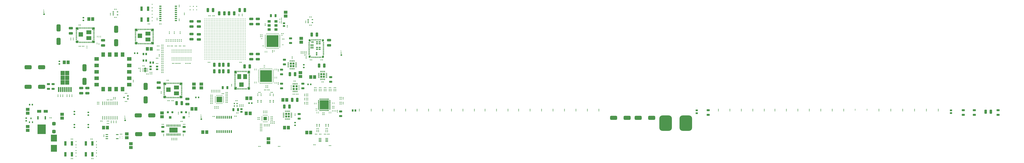
<source format=gbr>
%TF.GenerationSoftware,Altium Limited,Altium Designer,23.11.1 (41)*%
G04 Layer_Color=8421504*
%FSLAX45Y45*%
%MOMM*%
%TF.SameCoordinates,5B37CA9A-06B1-4671-AC7C-9F047A950D05*%
%TF.FilePolarity,Positive*%
%TF.FileFunction,Paste,Top*%
%TF.Part,Single*%
G01*
G75*
%TA.AperFunction,SMDPad,CuDef*%
G04:AMPARAMS|DCode=12|XSize=4.4mm|YSize=2.5mm|CornerRadius=0.625mm|HoleSize=0mm|Usage=FLASHONLY|Rotation=0.000|XOffset=0mm|YOffset=0mm|HoleType=Round|Shape=RoundedRectangle|*
%AMROUNDEDRECTD12*
21,1,4.40000,1.25000,0,0,0.0*
21,1,3.15000,2.50000,0,0,0.0*
1,1,1.25000,1.57500,-0.62500*
1,1,1.25000,-1.57500,-0.62500*
1,1,1.25000,-1.57500,0.62500*
1,1,1.25000,1.57500,0.62500*
%
%ADD12ROUNDEDRECTD12*%
%ADD13R,0.76200X1.70180*%
G04:AMPARAMS|DCode=14|XSize=1.7018mm|YSize=0.762mm|CornerRadius=0.1905mm|HoleSize=0mm|Usage=FLASHONLY|Rotation=270.000|XOffset=0mm|YOffset=0mm|HoleType=Round|Shape=RoundedRectangle|*
%AMROUNDEDRECTD14*
21,1,1.70180,0.38100,0,0,270.0*
21,1,1.32080,0.76200,0,0,270.0*
1,1,0.38100,-0.19050,-0.66040*
1,1,0.38100,-0.19050,0.66040*
1,1,0.38100,0.19050,0.66040*
1,1,0.38100,0.19050,-0.66040*
%
%ADD14ROUNDEDRECTD14*%
%TA.AperFunction,ConnectorPad*%
G04:AMPARAMS|DCode=15|XSize=1.8034mm|YSize=1.1938mm|CornerRadius=0.20295mm|HoleSize=0mm|Usage=FLASHONLY|Rotation=180.000|XOffset=0mm|YOffset=0mm|HoleType=Round|Shape=RoundedRectangle|*
%AMROUNDEDRECTD15*
21,1,1.80340,0.78791,0,0,180.0*
21,1,1.39751,1.19380,0,0,180.0*
1,1,0.40589,-0.69875,0.39395*
1,1,0.40589,0.69875,0.39395*
1,1,0.40589,0.69875,-0.39395*
1,1,0.40589,-0.69875,-0.39395*
%
%ADD15ROUNDEDRECTD15*%
%TA.AperFunction,SMDPad,CuDef*%
G04:AMPARAMS|DCode=16|XSize=2.5mm|YSize=1.5mm|CornerRadius=0.3mm|HoleSize=0mm|Usage=FLASHONLY|Rotation=90.000|XOffset=0mm|YOffset=0mm|HoleType=Round|Shape=RoundedRectangle|*
%AMROUNDEDRECTD16*
21,1,2.50000,0.90000,0,0,90.0*
21,1,1.90000,1.50000,0,0,90.0*
1,1,0.60000,0.45000,0.95000*
1,1,0.60000,0.45000,-0.95000*
1,1,0.60000,-0.45000,-0.95000*
1,1,0.60000,-0.45000,0.95000*
%
%ADD16ROUNDEDRECTD16*%
G04:AMPARAMS|DCode=17|XSize=1.8034mm|YSize=1.1938mm|CornerRadius=0.20295mm|HoleSize=0mm|Usage=FLASHONLY|Rotation=180.000|XOffset=0mm|YOffset=0mm|HoleType=Round|Shape=RoundedRectangle|*
%AMROUNDEDRECTD17*
21,1,1.80340,0.78791,0,0,180.0*
21,1,1.39751,1.19380,0,0,180.0*
1,1,0.40589,-0.69875,0.39395*
1,1,0.40589,0.69875,0.39395*
1,1,0.40589,0.69875,-0.39395*
1,1,0.40589,-0.69875,-0.39395*
%
%ADD17ROUNDEDRECTD17*%
G04:AMPARAMS|DCode=18|XSize=1.397mm|YSize=1.0922mm|CornerRadius=0.20206mm|HoleSize=0mm|Usage=FLASHONLY|Rotation=180.000|XOffset=0mm|YOffset=0mm|HoleType=Round|Shape=RoundedRectangle|*
%AMROUNDEDRECTD18*
21,1,1.39700,0.68809,0,0,180.0*
21,1,0.99289,1.09220,0,0,180.0*
1,1,0.40411,-0.49644,0.34404*
1,1,0.40411,0.49644,0.34404*
1,1,0.40411,0.49644,-0.34404*
1,1,0.40411,-0.49644,-0.34404*
%
%ADD18ROUNDEDRECTD18*%
G04:AMPARAMS|DCode=19|XSize=0.508mm|YSize=0.508mm|CornerRadius=0.1524mm|HoleSize=0mm|Usage=FLASHONLY|Rotation=180.000|XOffset=0mm|YOffset=0mm|HoleType=Round|Shape=RoundedRectangle|*
%AMROUNDEDRECTD19*
21,1,0.50800,0.20320,0,0,180.0*
21,1,0.20320,0.50800,0,0,180.0*
1,1,0.30480,-0.10160,0.10160*
1,1,0.30480,0.10160,0.10160*
1,1,0.30480,0.10160,-0.10160*
1,1,0.30480,-0.10160,-0.10160*
%
%ADD19ROUNDEDRECTD19*%
%ADD20R,0.45720X0.30480*%
G04:AMPARAMS|DCode=21|XSize=7.8mm|YSize=9.6mm|CornerRadius=1.95mm|HoleSize=0mm|Usage=FLASHONLY|Rotation=0.000|XOffset=0mm|YOffset=0mm|HoleType=Round|Shape=RoundedRectangle|*
%AMROUNDEDRECTD21*
21,1,7.80000,5.70000,0,0,0.0*
21,1,3.90000,9.60000,0,0,0.0*
1,1,3.90000,1.95000,-2.85000*
1,1,3.90000,-1.95000,-2.85000*
1,1,3.90000,-1.95000,2.85000*
1,1,3.90000,1.95000,2.85000*
%
%ADD21ROUNDEDRECTD21*%
G04:AMPARAMS|DCode=22|XSize=1.397mm|YSize=1.0922mm|CornerRadius=0.20206mm|HoleSize=0mm|Usage=FLASHONLY|Rotation=90.000|XOffset=0mm|YOffset=0mm|HoleType=Round|Shape=RoundedRectangle|*
%AMROUNDEDRECTD22*
21,1,1.39700,0.68809,0,0,90.0*
21,1,0.99289,1.09220,0,0,90.0*
1,1,0.40411,0.34404,0.49644*
1,1,0.40411,0.34404,-0.49644*
1,1,0.40411,-0.34404,-0.49644*
1,1,0.40411,-0.34404,0.49644*
%
%ADD22ROUNDEDRECTD22*%
%ADD24R,0.95000X0.60000*%
%ADD26R,0.60000X0.95000*%
G04:AMPARAMS|DCode=31|XSize=2.5mm|YSize=1.5mm|CornerRadius=0.3mm|HoleSize=0mm|Usage=FLASHONLY|Rotation=180.000|XOffset=0mm|YOffset=0mm|HoleType=Round|Shape=RoundedRectangle|*
%AMROUNDEDRECTD31*
21,1,2.50000,0.90000,0,0,180.0*
21,1,1.90000,1.50000,0,0,180.0*
1,1,0.60000,-0.95000,0.45000*
1,1,0.60000,0.95000,0.45000*
1,1,0.60000,0.95000,-0.45000*
1,1,0.60000,-0.95000,-0.45000*
%
%ADD31ROUNDEDRECTD31*%
G04:AMPARAMS|DCode=33|XSize=0.24mm|YSize=0.6mm|CornerRadius=0.0492mm|HoleSize=0mm|Usage=FLASHONLY|Rotation=270.000|XOffset=0mm|YOffset=0mm|HoleType=Round|Shape=RoundedRectangle|*
%AMROUNDEDRECTD33*
21,1,0.24000,0.50160,0,0,270.0*
21,1,0.14160,0.60000,0,0,270.0*
1,1,0.09840,-0.25080,-0.07080*
1,1,0.09840,-0.25080,0.07080*
1,1,0.09840,0.25080,0.07080*
1,1,0.09840,0.25080,-0.07080*
%
%ADD33ROUNDEDRECTD33*%
G04:AMPARAMS|DCode=34|XSize=1.6mm|YSize=1.7mm|CornerRadius=0.4mm|HoleSize=0mm|Usage=FLASHONLY|Rotation=270.000|XOffset=0mm|YOffset=0mm|HoleType=Round|Shape=RoundedRectangle|*
%AMROUNDEDRECTD34*
21,1,1.60000,0.90000,0,0,270.0*
21,1,0.80000,1.70000,0,0,270.0*
1,1,0.80000,-0.45000,-0.40000*
1,1,0.80000,-0.45000,0.40000*
1,1,0.80000,0.45000,0.40000*
1,1,0.80000,0.45000,-0.40000*
%
%ADD34ROUNDEDRECTD34*%
%ADD35R,2.80000X2.80000*%
%ADD36R,1.70000X1.60000*%
%ADD37R,3.10000X2.35000*%
G04:AMPARAMS|DCode=38|XSize=0.508mm|YSize=0.508mm|CornerRadius=0.1524mm|HoleSize=0mm|Usage=FLASHONLY|Rotation=90.000|XOffset=0mm|YOffset=0mm|HoleType=Round|Shape=RoundedRectangle|*
%AMROUNDEDRECTD38*
21,1,0.50800,0.20320,0,0,90.0*
21,1,0.20320,0.50800,0,0,90.0*
1,1,0.30480,0.10160,0.10160*
1,1,0.30480,0.10160,-0.10160*
1,1,0.30480,-0.10160,-0.10160*
1,1,0.30480,-0.10160,0.10160*
%
%ADD38ROUNDEDRECTD38*%
%TA.AperFunction,BGAPad,CuDef*%
%ADD39C,0.45000*%
%TA.AperFunction,SMDPad,CuDef*%
G04:AMPARAMS|DCode=40|XSize=1mm|YSize=0.8mm|CornerRadius=0.2mm|HoleSize=0mm|Usage=FLASHONLY|Rotation=180.000|XOffset=0mm|YOffset=0mm|HoleType=Round|Shape=RoundedRectangle|*
%AMROUNDEDRECTD40*
21,1,1.00000,0.40000,0,0,180.0*
21,1,0.60000,0.80000,0,0,180.0*
1,1,0.40000,-0.30000,0.20000*
1,1,0.40000,0.30000,0.20000*
1,1,0.40000,0.30000,-0.20000*
1,1,0.40000,-0.30000,-0.20000*
%
%ADD40ROUNDEDRECTD40*%
%ADD41R,0.71120X1.01600*%
%ADD44R,2.35000X3.10000*%
%ADD45R,1.60000X1.70000*%
%ADD46R,2.80000X2.80000*%
G04:AMPARAMS|DCode=47|XSize=1.6mm|YSize=1.7mm|CornerRadius=0.4mm|HoleSize=0mm|Usage=FLASHONLY|Rotation=0.000|XOffset=0mm|YOffset=0mm|HoleType=Round|Shape=RoundedRectangle|*
%AMROUNDEDRECTD47*
21,1,1.60000,0.90000,0,0,0.0*
21,1,0.80000,1.70000,0,0,0.0*
1,1,0.80000,0.40000,-0.45000*
1,1,0.80000,-0.40000,-0.45000*
1,1,0.80000,-0.40000,0.45000*
1,1,0.80000,0.40000,0.45000*
%
%ADD47ROUNDEDRECTD47*%
G04:AMPARAMS|DCode=48|XSize=4.4mm|YSize=2.5mm|CornerRadius=0.625mm|HoleSize=0mm|Usage=FLASHONLY|Rotation=270.000|XOffset=0mm|YOffset=0mm|HoleType=Round|Shape=RoundedRectangle|*
%AMROUNDEDRECTD48*
21,1,4.40000,1.25000,0,0,270.0*
21,1,3.15000,2.50000,0,0,270.0*
1,1,1.25000,-0.62500,-1.57500*
1,1,1.25000,-0.62500,1.57500*
1,1,1.25000,0.62500,1.57500*
1,1,1.25000,0.62500,-1.57500*
%
%ADD48ROUNDEDRECTD48*%
%ADD49O,0.23000X0.80000*%
%ADD50O,0.80000X0.23000*%
%ADD51R,7.40000X7.40000*%
%ADD52R,0.30480X0.45720*%
G04:AMPARAMS|DCode=53|XSize=1.8034mm|YSize=1.1938mm|CornerRadius=0.20295mm|HoleSize=0mm|Usage=FLASHONLY|Rotation=90.000|XOffset=0mm|YOffset=0mm|HoleType=Round|Shape=RoundedRectangle|*
%AMROUNDEDRECTD53*
21,1,1.80340,0.78791,0,0,90.0*
21,1,1.39751,1.19380,0,0,90.0*
1,1,0.40589,0.39395,0.69875*
1,1,0.40589,0.39395,-0.69875*
1,1,0.40589,-0.39395,-0.69875*
1,1,0.40589,-0.39395,0.69875*
%
%ADD53ROUNDEDRECTD53*%
%ADD63R,1.01600X0.71120*%
G04:AMPARAMS|DCode=65|XSize=2.26mm|YSize=2.16mm|CornerRadius=0.54mm|HoleSize=0mm|Usage=FLASHONLY|Rotation=180.000|XOffset=0mm|YOffset=0mm|HoleType=Round|Shape=RoundedRectangle|*
%AMROUNDEDRECTD65*
21,1,2.26000,1.08000,0,0,180.0*
21,1,1.18000,2.16000,0,0,180.0*
1,1,1.08000,-0.59000,0.54000*
1,1,1.08000,0.59000,0.54000*
1,1,1.08000,0.59000,-0.54000*
1,1,1.08000,-0.59000,-0.54000*
%
%ADD65ROUNDEDRECTD65*%
%ADD66R,2.50000X1.70000*%
%ADD67R,0.95000X2.00000*%
%ADD68R,5.15000X6.00000*%
%ADD69R,3.81000X4.24180*%
%ADD71R,2.10000X2.10000*%
%ADD72O,0.80000X0.20000*%
%ADD73O,0.20000X0.80000*%
%ADD75R,1.65000X0.60000*%
%ADD78R,0.80000X0.25000*%
%ADD79R,0.25000X0.80000*%
G04:AMPARAMS|DCode=80|XSize=3.4mm|YSize=3.4mm|CornerRadius=0mm|HoleSize=0mm|Usage=FLASHONLY|Rotation=90.000|XOffset=0mm|YOffset=0mm|HoleType=Round|Shape=RoundedRectangle|*
%AMROUNDEDRECTD80*
21,1,3.40000,3.40000,0,0,90.0*
21,1,3.40000,3.40000,0,0,90.0*
1,1,0.00000,1.70000,1.70000*
1,1,0.00000,1.70000,-1.70000*
1,1,0.00000,-1.70000,-1.70000*
1,1,0.00000,-1.70000,1.70000*
%
%ADD80ROUNDEDRECTD80*%
%ADD81O,0.28000X0.85000*%
%ADD82O,0.85000X0.28000*%
%ADD83R,5.60000X5.60000*%
%ADD84R,0.64000X0.61000*%
%ADD85O,1.80000X0.40000*%
G04:AMPARAMS|DCode=86|XSize=0.59mm|YSize=0.45mm|CornerRadius=0.1125mm|HoleSize=0mm|Usage=FLASHONLY|Rotation=90.000|XOffset=0mm|YOffset=0mm|HoleType=Round|Shape=RoundedRectangle|*
%AMROUNDEDRECTD86*
21,1,0.59000,0.22500,0,0,90.0*
21,1,0.36500,0.45000,0,0,90.0*
1,1,0.22500,0.11250,0.18250*
1,1,0.22500,0.11250,-0.18250*
1,1,0.22500,-0.11250,-0.18250*
1,1,0.22500,-0.11250,0.18250*
%
%ADD86ROUNDEDRECTD86*%
%ADD87R,0.45000X0.59000*%
%ADD89O,0.30000X1.60000*%
%ADD90R,1.60000X1.50000*%
G04:AMPARAMS|DCode=91|XSize=1.2mm|YSize=1.2mm|CornerRadius=0.3mm|HoleSize=0mm|Usage=FLASHONLY|Rotation=180.000|XOffset=0mm|YOffset=0mm|HoleType=Round|Shape=RoundedRectangle|*
%AMROUNDEDRECTD91*
21,1,1.20000,0.60000,0,0,180.0*
21,1,0.60000,1.20000,0,0,180.0*
1,1,0.60000,-0.30000,0.30000*
1,1,0.60000,0.30000,0.30000*
1,1,0.60000,0.30000,-0.30000*
1,1,0.60000,-0.30000,-0.30000*
%
%ADD91ROUNDEDRECTD91*%
%ADD92R,1.20000X1.20000*%
G04:AMPARAMS|DCode=94|XSize=1mm|YSize=0.8mm|CornerRadius=0.2mm|HoleSize=0mm|Usage=FLASHONLY|Rotation=90.000|XOffset=0mm|YOffset=0mm|HoleType=Round|Shape=RoundedRectangle|*
%AMROUNDEDRECTD94*
21,1,1.00000,0.40000,0,0,90.0*
21,1,0.60000,0.80000,0,0,90.0*
1,1,0.40000,0.20000,0.30000*
1,1,0.40000,0.20000,-0.30000*
1,1,0.40000,-0.20000,-0.30000*
1,1,0.40000,-0.20000,0.30000*
%
%ADD94ROUNDEDRECTD94*%
%ADD95R,1.39700X0.63500*%
G04:AMPARAMS|DCode=96|XSize=3.06mm|YSize=0.89mm|CornerRadius=0.2225mm|HoleSize=0mm|Usage=FLASHONLY|Rotation=90.000|XOffset=0mm|YOffset=0mm|HoleType=Round|Shape=RoundedRectangle|*
%AMROUNDEDRECTD96*
21,1,3.06000,0.44500,0,0,90.0*
21,1,2.61500,0.89000,0,0,90.0*
1,1,0.44500,0.22250,1.30750*
1,1,0.44500,0.22250,-1.30750*
1,1,0.44500,-0.22250,-1.30750*
1,1,0.44500,-0.22250,1.30750*
%
%ADD96ROUNDEDRECTD96*%
%TA.AperFunction,NonConductor*%
%ADD137C,0.12700*%
%ADD156R,5.16000X3.10000*%
%ADD260R,0.50000X1.04000*%
%ADD261R,0.85000X0.85000*%
%ADD262R,0.73000X1.28000*%
%ADD263R,1.28000X0.80000*%
%ADD264R,1.24000X1.47000*%
%ADD265R,1.90500X2.28600*%
%ADD266R,2.28600X1.90500*%
%ADD267R,1.30000X1.30000*%
%ADD268R,1.30000X1.30000*%
%ADD269R,1.30000X1.30000*%
%ADD270R,1.30000X1.30000*%
%ADD271R,1.30000X1.30000*%
%ADD272R,2.57500X2.71000*%
%TA.AperFunction,SMDPad,CuDef*%
%ADD273R,0.90000X0.55000*%
%ADD274R,0.55000X0.90000*%
%ADD275R,1.90000X1.50000*%
%ADD276R,2.75000X2.25000*%
%ADD277R,2.25000X2.75000*%
G04:AMPARAMS|DCode=278|XSize=0.9mm|YSize=0.25mm|CornerRadius=0.05mm|HoleSize=0mm|Usage=FLASHONLY|Rotation=0.000|XOffset=0mm|YOffset=0mm|HoleType=Round|Shape=RoundedRectangle|*
%AMROUNDEDRECTD278*
21,1,0.90000,0.15000,0,0,0.0*
21,1,0.80000,0.25000,0,0,0.0*
1,1,0.10000,0.40000,-0.07500*
1,1,0.10000,-0.40000,-0.07500*
1,1,0.10000,-0.40000,0.07500*
1,1,0.10000,0.40000,0.07500*
%
%ADD278ROUNDEDRECTD278*%
G04:AMPARAMS|DCode=279|XSize=0.3mm|YSize=0.95mm|CornerRadius=0.0625mm|HoleSize=0mm|Usage=FLASHONLY|Rotation=0.000|XOffset=0mm|YOffset=0mm|HoleType=Round|Shape=RoundedRectangle|*
%AMROUNDEDRECTD279*
21,1,0.30000,0.82500,0,0,0.0*
21,1,0.17500,0.95000,0,0,0.0*
1,1,0.12499,0.08750,-0.41250*
1,1,0.12499,-0.08750,-0.41250*
1,1,0.12499,-0.08750,0.41250*
1,1,0.12499,0.08750,0.41250*
%
%ADD279ROUNDEDRECTD279*%
G04:AMPARAMS|DCode=280|XSize=0.3mm|YSize=0.95mm|CornerRadius=0.0625mm|HoleSize=0mm|Usage=FLASHONLY|Rotation=270.000|XOffset=0mm|YOffset=0mm|HoleType=Round|Shape=RoundedRectangle|*
%AMROUNDEDRECTD280*
21,1,0.30000,0.82500,0,0,270.0*
21,1,0.17500,0.95000,0,0,270.0*
1,1,0.12499,-0.41250,-0.08750*
1,1,0.12499,-0.41250,0.08750*
1,1,0.12499,0.41250,0.08750*
1,1,0.12499,0.41250,-0.08750*
%
%ADD280ROUNDEDRECTD280*%
%ADD281R,1.35000X2.70000*%
G04:AMPARAMS|DCode=282|XSize=0.25mm|YSize=0.4mm|CornerRadius=0.05mm|HoleSize=0mm|Usage=FLASHONLY|Rotation=90.000|XOffset=0mm|YOffset=0mm|HoleType=Round|Shape=RoundedRectangle|*
%AMROUNDEDRECTD282*
21,1,0.25000,0.30000,0,0,90.0*
21,1,0.15000,0.40000,0,0,90.0*
1,1,0.10000,0.15000,0.07500*
1,1,0.10000,0.15000,-0.07500*
1,1,0.10000,-0.15000,-0.07500*
1,1,0.10000,-0.15000,0.07500*
%
%ADD282ROUNDEDRECTD282*%
%ADD283R,0.45900X2.19900*%
G04:AMPARAMS|DCode=284|XSize=0.6mm|YSize=0.8mm|CornerRadius=0.1375mm|HoleSize=0mm|Usage=FLASHONLY|Rotation=180.000|XOffset=0mm|YOffset=0mm|HoleType=Round|Shape=RoundedRectangle|*
%AMROUNDEDRECTD284*
21,1,0.60000,0.52500,0,0,180.0*
21,1,0.32500,0.80000,0,0,180.0*
1,1,0.27500,-0.16250,0.26250*
1,1,0.27500,0.16250,0.26250*
1,1,0.27500,0.16250,-0.26250*
1,1,0.27500,-0.16250,-0.26250*
%
%ADD284ROUNDEDRECTD284*%
%ADD285R,0.95000X0.50000*%
G36*
X1436984Y9344478D02*
X1446084Y9340709D01*
X1454273Y9335237D01*
X1461237Y9328273D01*
X1466709Y9320084D01*
X1470478Y9310984D01*
X1472400Y9301325D01*
Y9296400D01*
Y9291475D01*
X1470478Y9281815D01*
X1466709Y9272716D01*
X1461237Y9264527D01*
X1454273Y9257562D01*
X1446084Y9252090D01*
X1436984Y9248321D01*
X1427325Y9246400D01*
X1417475D01*
X1407815Y9248321D01*
X1398716Y9252090D01*
X1390527Y9257562D01*
X1383562Y9264527D01*
X1378090Y9272716D01*
X1374321Y9281815D01*
X1372400Y9291475D01*
Y9296400D01*
Y9301325D01*
X1374321Y9310984D01*
X1378090Y9320084D01*
X1383562Y9328273D01*
X1390527Y9335237D01*
X1398716Y9340709D01*
X1407815Y9344478D01*
X1417475Y9346400D01*
X1427325D01*
X1436984Y9344478D01*
D02*
G37*
G36*
X19877383Y6804478D02*
X19886484Y6800709D01*
X19894673Y6795237D01*
X19901637Y6788273D01*
X19907109Y6780084D01*
X19910878Y6770984D01*
X19912801Y6761325D01*
Y6756400D01*
Y6751475D01*
X19910878Y6741815D01*
X19907109Y6732716D01*
X19901637Y6724527D01*
X19894673Y6717562D01*
X19886484Y6712090D01*
X19877383Y6708321D01*
X19867725Y6706400D01*
X19857875D01*
X19848215Y6708321D01*
X19839116Y6712090D01*
X19830927Y6717562D01*
X19823962Y6724527D01*
X19818491Y6732716D01*
X19814722Y6741815D01*
X19812801Y6751475D01*
Y6756400D01*
Y6761325D01*
X19814722Y6770984D01*
X19818491Y6780084D01*
X19823962Y6788273D01*
X19830927Y6795237D01*
X19839116Y6800709D01*
X19848215Y6804478D01*
X19857875Y6806400D01*
X19867725D01*
X19877383Y6804478D01*
D02*
G37*
G36*
X18780400Y6581400D02*
X18656400D01*
Y6659400D01*
Y6669400D01*
X18708400Y6728400D01*
X18780400D01*
Y6581400D01*
D02*
G37*
G36*
X7714911Y5999798D02*
X7729906Y5999794D01*
X7729908Y5999794D01*
X7730903Y5999796D01*
X7732742Y5999038D01*
X7734150Y5997633D01*
X7734912Y5995796D01*
Y5994801D01*
X7734918Y5970806D01*
Y5970807D01*
X7734919Y5969809D01*
X7734157Y5967965D01*
X7732746Y5966554D01*
X7730902Y5965792D01*
X7729905Y5965793D01*
X7714904Y5965793D01*
X7714905Y5965794D01*
X7713910Y5965797D01*
X7712073Y5966562D01*
X7710668Y5967971D01*
X7709908Y5969810D01*
X7709908Y5970805D01*
X7709909Y5994797D01*
X7709909Y5994797D01*
X7709909Y5995792D01*
X7710670Y5997631D01*
X7712078Y5999038D01*
X7713916Y5999799D01*
X7714911Y5999798D01*
D02*
G37*
G36*
X7664911D02*
X7679906Y5999794D01*
X7679908Y5999794D01*
X7680902Y5999796D01*
X7682742Y5999038D01*
X7684150Y5997633D01*
X7684912Y5995796D01*
Y5994801D01*
X7684917Y5970806D01*
Y5970807D01*
X7684919Y5969809D01*
X7684157Y5967965D01*
X7682746Y5966554D01*
X7680902Y5965792D01*
X7679905Y5965793D01*
X7664904Y5965793D01*
X7664905Y5965794D01*
X7663910Y5965797D01*
X7662073Y5966562D01*
X7660668Y5967971D01*
X7659907Y5969810D01*
X7659907Y5970805D01*
X7659908Y5994797D01*
X7659909Y5994797D01*
X7659908Y5995792D01*
X7660670Y5997631D01*
X7662077Y5999038D01*
X7663916Y5999799D01*
X7664911Y5999798D01*
D02*
G37*
G36*
X7768062Y5944283D02*
X7770875Y5941472D01*
X7772398Y5937799D01*
X7772399Y5935811D01*
X7772401Y5849790D01*
X7772401D01*
X7772400Y5847803D01*
X7770879Y5844132D01*
X7768069Y5841322D01*
X7764398Y5839800D01*
X7762411Y5839799D01*
X7632406Y5839794D01*
X7632405Y5839794D01*
X7630416Y5839794D01*
X7626741Y5841317D01*
X7623928Y5844130D01*
X7622406Y5847805D01*
X7622405Y5849794D01*
X7622402Y5935790D01*
X7622402Y5935789D01*
X7622400Y5937780D01*
X7623921Y5941461D01*
X7626737Y5944277D01*
X7630417Y5945799D01*
X7632408Y5945797D01*
X7762399Y5945802D01*
X7762398Y5945801D01*
X7764387Y5945802D01*
X7768062Y5944283D01*
D02*
G37*
G36*
X7762412Y5819798D02*
X7764401Y5819798D01*
X7768076Y5818275D01*
X7770889Y5815462D01*
X7772411Y5811787D01*
X7772411Y5809798D01*
X7772415Y5723802D01*
Y5723804D01*
X7772417Y5721812D01*
X7770896Y5718132D01*
X7768080Y5715315D01*
X7764400Y5713793D01*
X7762408Y5713795D01*
X7632418Y5713790D01*
X7632418Y5713791D01*
X7630430Y5713790D01*
X7626755Y5715310D01*
X7623942Y5718120D01*
X7622419Y5721793D01*
X7622418Y5723782D01*
X7622415Y5809802D01*
X7622416Y5809803D01*
X7622417Y5811789D01*
X7623938Y5815461D01*
X7626748Y5818271D01*
X7630419Y5819792D01*
X7632406Y5819793D01*
X7762411Y5819799D01*
X7762412Y5819798D01*
D02*
G37*
G36*
X7714912Y5693799D02*
X7729913Y5693799D01*
X7729912Y5693798D01*
X7730907Y5693795D01*
X7732744Y5693030D01*
X7734149Y5691621D01*
X7734909Y5689783D01*
X7734910Y5688788D01*
X7734908Y5664795D01*
X7734908D01*
X7734908Y5663800D01*
X7734147Y5661962D01*
X7732740Y5660555D01*
X7730901Y5659794D01*
X7729906Y5659794D01*
X7714911Y5659798D01*
X7714909Y5659799D01*
X7713914Y5659796D01*
X7712075Y5660554D01*
X7710667Y5661959D01*
X7709905Y5663796D01*
Y5664791D01*
X7709899Y5688786D01*
X7709899Y5688785D01*
X7709898Y5689783D01*
X7710660Y5691627D01*
X7712071Y5693038D01*
X7713915Y5693800D01*
X7714912Y5693799D01*
D02*
G37*
G36*
X7664912D02*
X7679912Y5693799D01*
X7679912Y5693798D01*
X7680907Y5693795D01*
X7682743Y5693030D01*
X7684148Y5691621D01*
X7684909Y5689783D01*
X7684909Y5688788D01*
X7684908Y5664795D01*
X7684907D01*
X7684908Y5663800D01*
X7684146Y5661962D01*
X7682739Y5660555D01*
X7680901Y5659794D01*
X7679906Y5659794D01*
X7664911Y5659798D01*
X7664909Y5659799D01*
X7663914Y5659796D01*
X7662075Y5660554D01*
X7660667Y5661959D01*
X7659904Y5663796D01*
Y5664791D01*
X7659899Y5688786D01*
X7659899Y5688785D01*
X7659898Y5689783D01*
X7660660Y5691627D01*
X7662071Y5693038D01*
X7663914Y5693800D01*
X7664912Y5693799D01*
D02*
G37*
G36*
X12444100Y4052100D02*
X12357100D01*
Y4139100D01*
X12444100D01*
Y4052100D01*
D02*
G37*
G36*
X12337100D02*
X12250100D01*
Y4139100D01*
X12337100D01*
Y4052100D01*
D02*
G37*
G36*
X12230100D02*
X12143100D01*
Y4139100D01*
X12230100D01*
Y4052100D01*
D02*
G37*
G36*
X12444100Y3945100D02*
X12357100D01*
Y4032100D01*
X12444100D01*
Y3945100D01*
D02*
G37*
G36*
X12337100D02*
X12250100D01*
Y4032100D01*
X12337100D01*
Y3945100D01*
D02*
G37*
G36*
X12230100D02*
X12143100D01*
Y4032100D01*
X12230100D01*
Y3945100D01*
D02*
G37*
G36*
X12444100Y3838100D02*
X12357100D01*
Y3925100D01*
X12444100D01*
Y3838100D01*
D02*
G37*
G36*
X12337100D02*
X12250100D01*
Y3925100D01*
X12337100D01*
Y3838100D01*
D02*
G37*
G36*
X12230100D02*
X12143100D01*
Y3925100D01*
X12230100D01*
Y3838100D01*
D02*
G37*
G36*
X11190584Y2816678D02*
X11199684Y2812909D01*
X11207873Y2807437D01*
X11214837Y2800473D01*
X11220309Y2792284D01*
X11224078Y2783184D01*
X11226000Y2773525D01*
Y2768600D01*
Y2763675D01*
X11224078Y2754015D01*
X11220309Y2744916D01*
X11214837Y2736727D01*
X11207873Y2729762D01*
X11199684Y2724290D01*
X11190584Y2720521D01*
X11180925Y2718600D01*
X11171075D01*
X11161415Y2720521D01*
X11152316Y2724290D01*
X11144127Y2729762D01*
X11137162Y2736727D01*
X11131690Y2744916D01*
X11127921Y2754015D01*
X11126000Y2763675D01*
Y2768600D01*
Y2773525D01*
X11127921Y2783184D01*
X11131690Y2792284D01*
X11137162Y2800473D01*
X11144127Y2807437D01*
X11152316Y2812909D01*
X11161415Y2816678D01*
X11171075Y2818600D01*
X11180925D01*
X11190584Y2816678D01*
D02*
G37*
G36*
X6466184Y2740478D02*
X6475284Y2736709D01*
X6483473Y2731237D01*
X6490437Y2724273D01*
X6495909Y2716084D01*
X6499678Y2706984D01*
X6501600Y2697325D01*
Y2692400D01*
Y2687475D01*
X6499678Y2677815D01*
X6495909Y2668716D01*
X6490437Y2660527D01*
X6483473Y2653562D01*
X6475284Y2648090D01*
X6466184Y2644321D01*
X6456525Y2642400D01*
X6446675D01*
X6437015Y2644321D01*
X6427916Y2648090D01*
X6419727Y2653562D01*
X6412762Y2660527D01*
X6407290Y2668716D01*
X6403521Y2677815D01*
X6401600Y2687475D01*
Y2692400D01*
Y2697325D01*
X6403521Y2706984D01*
X6407290Y2716084D01*
X6412762Y2724273D01*
X6419727Y2731237D01*
X6427916Y2736709D01*
X6437015Y2740478D01*
X6446675Y2742400D01*
X6456525D01*
X6466184Y2740478D01*
D02*
G37*
D12*
X1270000Y4775200D02*
D03*
X430000D02*
D03*
X1270000Y5994400D02*
D03*
X430000D02*
D03*
X38277802Y2844800D02*
D03*
X39117801D02*
D03*
X36753799D02*
D03*
X37593799D02*
D03*
X8104400Y2997200D02*
D03*
X7264400D02*
D03*
X8128000Y1828800D02*
D03*
X7288000D02*
D03*
D13*
X12661900Y2882900D02*
D03*
X12788900D02*
D03*
X12915900D02*
D03*
X12153900D02*
D03*
X12280900D02*
D03*
X12407900D02*
D03*
X12534900D02*
D03*
X12661900Y1993900D02*
D03*
X12788900D02*
D03*
X12915900D02*
D03*
X13042900D02*
D03*
X12153900D02*
D03*
X12280900D02*
D03*
X12407900D02*
D03*
X12534900D02*
D03*
D14*
X13042900Y2882900D02*
D03*
D15*
X60604401Y3030220D02*
D03*
Y3319780D02*
D03*
D16*
X59834802Y3225800D02*
D03*
X60154797D02*
D03*
X9644400Y3759200D02*
D03*
X9964400D02*
D03*
X14180800Y6045200D02*
D03*
X13860800D02*
D03*
X18803600Y6096000D02*
D03*
X18483600D02*
D03*
X16328198Y3548598D02*
D03*
X16648198D02*
D03*
X16812138Y3965652D02*
D03*
X17132138D02*
D03*
X18026401Y8026400D02*
D03*
X18346400D02*
D03*
X16671001Y5562600D02*
D03*
X16991000D02*
D03*
X12860001Y6146800D02*
D03*
Y5740400D02*
D03*
X12286000Y9347200D02*
D03*
X13215601D02*
D03*
X13556000Y9550400D02*
D03*
X11907500D02*
D03*
X11981200Y6146800D02*
D03*
Y5740400D02*
D03*
X12540000Y6146800D02*
D03*
Y5740400D02*
D03*
X12606000Y9347200D02*
D03*
X12895599D02*
D03*
X13875999Y9550400D02*
D03*
X11587500D02*
D03*
X12301200Y6146800D02*
D03*
Y5740400D02*
D03*
D17*
X59131201Y3030220D02*
D03*
Y3319780D02*
D03*
X58445398Y3030220D02*
D03*
Y3319780D02*
D03*
X42621201D02*
D03*
Y3030220D02*
D03*
X16712399Y7500620D02*
D03*
Y7790180D02*
D03*
X17250198Y3083778D02*
D03*
Y2794218D02*
D03*
X19201601Y5087620D02*
D03*
Y5377180D02*
D03*
X17475200Y4970780D02*
D03*
Y4681220D02*
D03*
X16154401Y4970780D02*
D03*
Y4681220D02*
D03*
X19820399Y3243580D02*
D03*
Y2954020D02*
D03*
X16154401Y5557520D02*
D03*
Y5847080D02*
D03*
X10109200Y2278380D02*
D03*
Y1988820D02*
D03*
X8788400D02*
D03*
Y2278380D02*
D03*
X16330600Y6172200D02*
D03*
X1983106Y4943870D02*
D03*
X1696806D02*
D03*
X16330600Y6461760D02*
D03*
X1983106Y4654310D02*
D03*
X1696806D02*
D03*
D18*
X57683398Y3140710D02*
D03*
Y3310890D02*
D03*
X41910001Y3315970D02*
D03*
Y3135630D02*
D03*
X8435205Y6036484D02*
D03*
Y5866304D02*
D03*
X16306000Y8729490D02*
D03*
Y8559310D02*
D03*
X8028805Y5866304D02*
D03*
Y6036484D02*
D03*
X13665199Y3387090D02*
D03*
Y3216910D02*
D03*
D19*
X56896002Y3282950D02*
D03*
Y3371850D02*
D03*
X56159399Y3282950D02*
D03*
Y3371850D02*
D03*
X55422803Y3282950D02*
D03*
Y3371850D02*
D03*
X54686200Y3282950D02*
D03*
Y3371850D02*
D03*
X53949597Y3282950D02*
D03*
Y3371850D02*
D03*
X53213000Y3282950D02*
D03*
Y3371850D02*
D03*
X51028601Y3282950D02*
D03*
Y3371850D02*
D03*
X50317401Y3282950D02*
D03*
Y3371850D02*
D03*
X49606201Y3282950D02*
D03*
Y3371850D02*
D03*
X48895001Y3282950D02*
D03*
Y3371850D02*
D03*
X48183801Y3282950D02*
D03*
Y3371850D02*
D03*
X47472601Y3282950D02*
D03*
Y3371850D02*
D03*
X46761401Y3282950D02*
D03*
Y3371850D02*
D03*
X46101001Y3282950D02*
D03*
Y3371850D02*
D03*
X45389801Y3282950D02*
D03*
Y3371850D02*
D03*
X44678601Y3282950D02*
D03*
Y3371850D02*
D03*
X43967401Y3282950D02*
D03*
Y3371850D02*
D03*
X43256201Y3282950D02*
D03*
Y3371850D02*
D03*
X35839401Y3282950D02*
D03*
Y3371850D02*
D03*
X35128201Y3282950D02*
D03*
Y3371850D02*
D03*
X34417001Y3282950D02*
D03*
Y3371850D02*
D03*
X33705801Y3282950D02*
D03*
Y3371850D02*
D03*
X32994601Y3282950D02*
D03*
Y3371850D02*
D03*
X32283401Y3282950D02*
D03*
Y3371850D02*
D03*
X31572198Y3282950D02*
D03*
Y3371850D02*
D03*
X30860999Y3282950D02*
D03*
Y3371850D02*
D03*
X30200601Y3282950D02*
D03*
Y3371850D02*
D03*
X29489401Y3282950D02*
D03*
Y3371850D02*
D03*
X28778201Y3282950D02*
D03*
Y3371850D02*
D03*
X28117801Y3282950D02*
D03*
Y3371850D02*
D03*
X27406601Y3282950D02*
D03*
Y3371850D02*
D03*
X26695401Y3282950D02*
D03*
Y3371850D02*
D03*
X25984201Y3282950D02*
D03*
Y3371850D02*
D03*
X25273000Y3282950D02*
D03*
Y3371850D02*
D03*
X24561800Y3282950D02*
D03*
Y3371850D02*
D03*
X23850600Y3282950D02*
D03*
Y3371850D02*
D03*
X23139400Y3282950D02*
D03*
Y3371850D02*
D03*
X22428200Y3282950D02*
D03*
Y3371850D02*
D03*
X21717000Y3282950D02*
D03*
Y3371850D02*
D03*
X20980400Y3282950D02*
D03*
Y3371850D02*
D03*
X9118600Y7613650D02*
D03*
Y7702550D02*
D03*
X9194800Y8096250D02*
D03*
Y8185150D02*
D03*
X9867900Y8096250D02*
D03*
Y8185150D02*
D03*
X8572500Y6686550D02*
D03*
Y6775450D02*
D03*
X3234635Y7799490D02*
D03*
Y7710590D02*
D03*
X3082235D02*
D03*
Y7799490D02*
D03*
X15137601Y8599950D02*
D03*
Y8688850D02*
D03*
X16144936Y8954999D02*
D03*
Y9043899D02*
D03*
X15594800Y7029450D02*
D03*
Y6940550D02*
D03*
X16144936Y8847049D02*
D03*
Y8758149D02*
D03*
X16509200Y8498350D02*
D03*
Y8587250D02*
D03*
X17373599Y6953250D02*
D03*
Y6864350D02*
D03*
X17475200Y6953250D02*
D03*
Y6864350D02*
D03*
X17576801Y6953250D02*
D03*
Y6864350D02*
D03*
X17678400Y6559550D02*
D03*
Y6648450D02*
D03*
Y6953250D02*
D03*
Y6864350D02*
D03*
X6959600Y5175250D02*
D03*
Y5086350D02*
D03*
X16996198Y3085048D02*
D03*
Y2996148D02*
D03*
X15951199Y5022850D02*
D03*
Y4933950D02*
D03*
X16814799Y6553200D02*
D03*
Y6642100D02*
D03*
X13055600Y4921250D02*
D03*
Y4832350D02*
D03*
X8686800Y4375150D02*
D03*
Y4464050D02*
D03*
X8002208Y5671046D02*
D03*
Y5582146D02*
D03*
X8103808Y5671046D02*
D03*
Y5582146D02*
D03*
X7392608Y5734546D02*
D03*
Y5823446D02*
D03*
X5130800Y1682750D02*
D03*
Y1771650D02*
D03*
X5740400Y2635250D02*
D03*
Y2546350D02*
D03*
X5588000Y2635250D02*
D03*
Y2546350D02*
D03*
X5892800Y2635250D02*
D03*
Y2546350D02*
D03*
X13766800Y3562350D02*
D03*
Y3651250D02*
D03*
X13665199Y3562350D02*
D03*
Y3651250D02*
D03*
X13563600Y3562350D02*
D03*
Y3651250D02*
D03*
X12113377Y3538237D02*
D03*
Y3449337D02*
D03*
X12011777Y3538237D02*
D03*
Y3449337D02*
D03*
X12214977Y3538237D02*
D03*
Y3449337D02*
D03*
X11910177Y4465337D02*
D03*
Y4554237D02*
D03*
X11808577Y4465337D02*
D03*
Y4554237D02*
D03*
X12214977Y4465337D02*
D03*
Y4554237D02*
D03*
X12113377Y4465337D02*
D03*
Y4554237D02*
D03*
X12316577Y4465337D02*
D03*
Y4554237D02*
D03*
X12011777Y4465337D02*
D03*
Y4554237D02*
D03*
X5842000Y4108450D02*
D03*
Y4019550D02*
D03*
X5740400Y4108450D02*
D03*
Y4019550D02*
D03*
X18804401Y4527550D02*
D03*
Y4616450D02*
D03*
X18906000Y4527550D02*
D03*
Y4616450D02*
D03*
X18347200Y2076450D02*
D03*
Y1987550D02*
D03*
X18448801Y2076450D02*
D03*
Y1987550D02*
D03*
X18906000Y2073150D02*
D03*
Y1984250D02*
D03*
X19007600Y2073150D02*
D03*
Y1984250D02*
D03*
X19617200Y3302000D02*
D03*
Y3213100D02*
D03*
X18601199Y4527550D02*
D03*
Y4616450D02*
D03*
X18499600Y4527550D02*
D03*
Y4616450D02*
D03*
X19972800Y3803650D02*
D03*
Y3714750D02*
D03*
Y4108450D02*
D03*
Y4019550D02*
D03*
X19515601Y4527550D02*
D03*
Y4616450D02*
D03*
X19414000Y4527550D02*
D03*
Y4616450D02*
D03*
X19217149Y4527550D02*
D03*
Y4616450D02*
D03*
X19115550Y4527550D02*
D03*
Y4616450D02*
D03*
X18296400Y4527550D02*
D03*
Y4616450D02*
D03*
X18194800Y4527550D02*
D03*
Y4616450D02*
D03*
X17585201Y4222750D02*
D03*
Y4311650D02*
D03*
Y3968750D02*
D03*
Y4057650D02*
D03*
Y3714750D02*
D03*
Y3803650D02*
D03*
X3149600Y4171950D02*
D03*
Y4260850D02*
D03*
X2844800D02*
D03*
Y4171950D02*
D03*
X2585806Y4260850D02*
D03*
Y4171950D02*
D03*
X2286000D02*
D03*
Y4260850D02*
D03*
X2438400D02*
D03*
Y4171950D02*
D03*
X15951199Y5765800D02*
D03*
Y5854700D02*
D03*
X15189200Y4743450D02*
D03*
Y4832350D02*
D03*
X15290800Y4743450D02*
D03*
Y4832350D02*
D03*
X15646400Y4222750D02*
D03*
Y4311650D02*
D03*
X15443201Y4241800D02*
D03*
Y4330700D02*
D03*
X14681200Y4235450D02*
D03*
Y4324350D02*
D03*
X14884399Y4235450D02*
D03*
Y4324350D02*
D03*
X15239999Y3168650D02*
D03*
Y3257550D02*
D03*
X15138400Y3168650D02*
D03*
Y3257550D02*
D03*
X15087601Y2432050D02*
D03*
Y2343150D02*
D03*
X15189200Y2432050D02*
D03*
Y2343150D02*
D03*
X15036800Y3168650D02*
D03*
Y3257550D02*
D03*
X15595599Y2597150D02*
D03*
Y2508250D02*
D03*
X15290800Y2432050D02*
D03*
Y2343150D02*
D03*
X15494000Y2508250D02*
D03*
Y2597150D02*
D03*
X15392400Y2343150D02*
D03*
Y2432050D02*
D03*
X15697200Y2508250D02*
D03*
Y2597150D02*
D03*
X13716000Y9201150D02*
D03*
Y9290050D02*
D03*
X13512801Y9201150D02*
D03*
Y9290050D02*
D03*
X8432800Y9036050D02*
D03*
Y8947150D02*
D03*
X9804400Y9759950D02*
D03*
Y9848850D02*
D03*
X9448800Y1479550D02*
D03*
Y1568450D02*
D03*
X9652000D02*
D03*
Y1479550D02*
D03*
X9550400Y1568450D02*
D03*
Y1479550D02*
D03*
X9347200Y1568450D02*
D03*
Y1479550D02*
D03*
X10058400Y1733550D02*
D03*
Y1822450D02*
D03*
X8839200Y1733550D02*
D03*
Y1822450D02*
D03*
X9753600Y3092450D02*
D03*
Y3181350D02*
D03*
X10414000D02*
D03*
Y3092450D02*
D03*
X5540500Y9254350D02*
D03*
Y9343250D02*
D03*
X17651277Y8772597D02*
D03*
Y8861497D02*
D03*
X9817100Y7702550D02*
D03*
X9499600Y8185150D02*
D03*
X2997200Y4171950D02*
D03*
X9804400Y8985250D02*
D03*
X10127300Y9361650D02*
D03*
X9804400Y8896350D02*
D03*
X10127300Y9272750D02*
D03*
X9817100Y7613650D02*
D03*
X9245600Y7702550D02*
D03*
Y7613650D02*
D03*
X9702800Y7702550D02*
D03*
Y7613650D02*
D03*
X9931400Y7702550D02*
D03*
Y7613650D02*
D03*
X9499600Y8096250D02*
D03*
X9474200Y7702550D02*
D03*
Y7613650D02*
D03*
X9359900Y7702550D02*
D03*
Y7613650D02*
D03*
X9004300Y7702550D02*
D03*
Y7613650D02*
D03*
X9588500Y7702550D02*
D03*
Y7613650D02*
D03*
X2997200Y4260850D02*
D03*
D20*
X52476398Y3324860D02*
D03*
Y3380740D02*
D03*
X51739801Y3324860D02*
D03*
Y3380740D02*
D03*
X4724400Y7874000D02*
D03*
Y7929880D02*
D03*
X4826000Y7868920D02*
D03*
Y7924800D02*
D03*
X4927600Y7868920D02*
D03*
Y7924800D02*
D03*
X16043336Y8948649D02*
D03*
Y9004529D02*
D03*
X15239200Y6985000D02*
D03*
Y6929120D02*
D03*
X15137601Y6985000D02*
D03*
Y6929120D02*
D03*
X15696400Y7035800D02*
D03*
Y6979920D02*
D03*
X16043336Y8824189D02*
D03*
Y8768309D02*
D03*
X4707835Y7501040D02*
D03*
Y7445160D02*
D03*
X4826000Y7467600D02*
D03*
Y7411720D02*
D03*
X19109200Y3200400D02*
D03*
Y3144520D02*
D03*
X19210800Y3200400D02*
D03*
Y3144520D02*
D03*
X18347200Y3200400D02*
D03*
Y3144520D02*
D03*
X18448801Y3200400D02*
D03*
Y3144520D02*
D03*
X18194800Y3708400D02*
D03*
Y3764280D02*
D03*
X19312399Y3731260D02*
D03*
Y3787140D02*
D03*
X18296400Y3708400D02*
D03*
Y3764280D02*
D03*
X19515601Y3307080D02*
D03*
Y3251200D02*
D03*
X19414000Y3307080D02*
D03*
Y3251200D02*
D03*
Y3731260D02*
D03*
Y3787140D02*
D03*
X19312399Y3307080D02*
D03*
Y3251200D02*
D03*
X14478000Y5069840D02*
D03*
Y5013960D02*
D03*
X15748000Y5046980D02*
D03*
Y4991100D02*
D03*
X15849600Y5046980D02*
D03*
Y4991100D02*
D03*
X14579601Y5069840D02*
D03*
Y5013960D02*
D03*
Y5826760D02*
D03*
Y5882640D02*
D03*
X15748000Y5826760D02*
D03*
Y5882640D02*
D03*
X15849600Y5318760D02*
D03*
Y5374640D02*
D03*
X14478000Y5826760D02*
D03*
Y5882640D02*
D03*
X15849600Y5826760D02*
D03*
Y5882640D02*
D03*
X15748000Y5318760D02*
D03*
Y5374640D02*
D03*
X10414000Y2905760D02*
D03*
Y2961640D02*
D03*
D21*
X39979599Y2514600D02*
D03*
X41229599D02*
D03*
D22*
X20565109Y3302000D02*
D03*
X20735291D02*
D03*
X8018718Y6286996D02*
D03*
X8188898D02*
D03*
X7758295Y6814994D02*
D03*
X7588115D02*
D03*
X7758295Y6408594D02*
D03*
X7588115D02*
D03*
D24*
X7099900Y7911810D02*
D03*
Y7821810D02*
D03*
Y8091810D02*
D03*
Y8001810D02*
D03*
Y7731810D02*
D03*
Y8181810D02*
D03*
Y7641810D02*
D03*
X8184900Y8091810D02*
D03*
Y8001810D02*
D03*
Y7911810D02*
D03*
Y7821810D02*
D03*
Y7731810D02*
D03*
Y8181810D02*
D03*
Y7641810D02*
D03*
X14152699Y5549900D02*
D03*
Y4829900D02*
D03*
Y4919900D02*
D03*
Y5009900D02*
D03*
Y5189900D02*
D03*
Y5369900D02*
D03*
Y5459900D02*
D03*
X13267700Y4829900D02*
D03*
Y5549900D02*
D03*
Y5459900D02*
D03*
Y5369900D02*
D03*
Y5279900D02*
D03*
Y5189900D02*
D03*
Y5099900D02*
D03*
Y5009900D02*
D03*
Y4919900D02*
D03*
X14152699Y5099900D02*
D03*
Y5279900D02*
D03*
X3432335Y8174840D02*
D03*
Y8084840D02*
D03*
Y7814840D02*
D03*
Y8264840D02*
D03*
X4517335Y8174840D02*
D03*
Y8084840D02*
D03*
Y7994840D02*
D03*
Y8264840D02*
D03*
X3432335Y7724840D02*
D03*
X4517335Y7904840D02*
D03*
Y7814840D02*
D03*
Y7724840D02*
D03*
X3432335Y7994840D02*
D03*
Y7904840D02*
D03*
X8871800Y4736000D02*
D03*
Y4646000D02*
D03*
Y4376000D02*
D03*
Y4826000D02*
D03*
Y4286000D02*
D03*
X9956800Y4736000D02*
D03*
Y4646000D02*
D03*
Y4556000D02*
D03*
Y4466000D02*
D03*
Y4376000D02*
D03*
Y4826000D02*
D03*
Y4286000D02*
D03*
X8871800Y4556000D02*
D03*
Y4466000D02*
D03*
D26*
X7732400Y7464310D02*
D03*
X7552400D02*
D03*
X7372400Y8349310D02*
D03*
X7462400D02*
D03*
X7552400D02*
D03*
X7642400D02*
D03*
X7732400D02*
D03*
X7822400D02*
D03*
X7912400D02*
D03*
X8002400D02*
D03*
X7282400D02*
D03*
X7912400Y7464310D02*
D03*
X7822400D02*
D03*
X7642400D02*
D03*
X7462400D02*
D03*
X7372400D02*
D03*
X7282400D02*
D03*
X8002400D02*
D03*
X13975200Y5732400D02*
D03*
X13435201D02*
D03*
X13885201D02*
D03*
X13795200D02*
D03*
X13705200D02*
D03*
X13615199D02*
D03*
X13525200D02*
D03*
X13975200Y4647400D02*
D03*
X13435201D02*
D03*
X13885201D02*
D03*
X13615199D02*
D03*
X13525200D02*
D03*
X13795200D02*
D03*
X13705200D02*
D03*
X3704835Y8432339D02*
D03*
X3794835D02*
D03*
X3884835D02*
D03*
X3974835D02*
D03*
X4064835D02*
D03*
X4154835D02*
D03*
X4244835D02*
D03*
X4334835D02*
D03*
X3614835D02*
D03*
X3974835Y7547339D02*
D03*
X3794835D02*
D03*
X3704835D02*
D03*
X3614835D02*
D03*
X4244835D02*
D03*
X4154835D02*
D03*
X4334835D02*
D03*
X4064835D02*
D03*
X3884835D02*
D03*
X9144300Y4993500D02*
D03*
X9234300D02*
D03*
X9324300D02*
D03*
X9414300D02*
D03*
X9504300D02*
D03*
X9594300D02*
D03*
X9684300D02*
D03*
X9774300D02*
D03*
X9054300D02*
D03*
X9684300Y4108500D02*
D03*
X9594300D02*
D03*
X9414300D02*
D03*
X9234300D02*
D03*
X9144300D02*
D03*
X9054300D02*
D03*
X9774300D02*
D03*
X9504300D02*
D03*
X9324300D02*
D03*
D31*
X10312400Y3700800D02*
D03*
Y4020800D02*
D03*
X11023600Y8046700D02*
D03*
Y7726700D02*
D03*
X10566400Y7739400D02*
D03*
Y8059400D02*
D03*
Y8526800D02*
D03*
Y8846800D02*
D03*
X11023600Y8526800D02*
D03*
Y8846800D02*
D03*
X3082235Y8103040D02*
D03*
Y8423040D02*
D03*
X5080000Y7670800D02*
D03*
Y7350800D02*
D03*
X19100800Y7358400D02*
D03*
Y7678400D02*
D03*
X14274800Y8999200D02*
D03*
X14681200D02*
D03*
Y6494800D02*
D03*
X14274800D02*
D03*
X8534400Y5036800D02*
D03*
X4109806Y4382810D02*
D03*
X3728806D02*
D03*
X14274800Y8679200D02*
D03*
X14681200D02*
D03*
Y6814800D02*
D03*
X14274800D02*
D03*
X8534400Y4716800D02*
D03*
X4109806Y4702810D02*
D03*
X3728806D02*
D03*
D33*
X7557408Y5829796D02*
D03*
X7837408Y5879796D02*
D03*
X7557408D02*
D03*
Y5729796D02*
D03*
Y5929796D02*
D03*
Y5779796D02*
D03*
X7837408Y5929796D02*
D03*
Y5829796D02*
D03*
Y5779796D02*
D03*
Y5729796D02*
D03*
D34*
X7137400Y7496810D02*
D03*
X3469835Y7579840D02*
D03*
X8909300Y4141000D02*
D03*
D35*
X7367400Y7951810D02*
D03*
X3699835Y8034840D02*
D03*
X9139300Y4596000D02*
D03*
D36*
X7137400Y8316810D02*
D03*
X8147400D02*
D03*
Y7496810D02*
D03*
X4479835Y8399839D02*
D03*
Y7579840D02*
D03*
X3469835Y8399839D02*
D03*
X9919300Y4961000D02*
D03*
Y4141000D02*
D03*
X8909300Y4961000D02*
D03*
D37*
X7867400Y7722810D02*
D03*
Y8089810D02*
D03*
X4199835Y8172840D02*
D03*
Y7805840D02*
D03*
X9639300Y4367000D02*
D03*
Y4734000D02*
D03*
D38*
X8807450Y5880100D02*
D03*
X8718550D02*
D03*
X8807450Y5994400D02*
D03*
X8718550D02*
D03*
X8807450Y5778500D02*
D03*
X8718550D02*
D03*
X8807450Y6108700D02*
D03*
X8718550D02*
D03*
X8807450Y6223000D02*
D03*
X8718550D02*
D03*
X8807450Y6565900D02*
D03*
X8718550D02*
D03*
X8807450Y6451600D02*
D03*
X8718550D02*
D03*
X8807450Y6337300D02*
D03*
X8718550D02*
D03*
X9859010Y6230173D02*
D03*
X9770110D02*
D03*
X8718550Y5664200D02*
D03*
X8807450D02*
D03*
X9302750Y7315200D02*
D03*
X9391650D02*
D03*
X9556750D02*
D03*
X9645650D02*
D03*
X9810750D02*
D03*
X9899650D02*
D03*
X8718550Y6908800D02*
D03*
X8807450D02*
D03*
X8718550Y6794500D02*
D03*
X8807450D02*
D03*
X3679135Y8618640D02*
D03*
X3590235D02*
D03*
X16210750Y7747000D02*
D03*
X16299651D02*
D03*
X16165030Y8085600D02*
D03*
X16253931D02*
D03*
X14941550Y7899400D02*
D03*
X14852650D02*
D03*
X14941550Y8001000D02*
D03*
X14852650D02*
D03*
X11699977Y6299987D02*
D03*
X11611077D02*
D03*
X18747250Y5080000D02*
D03*
X18658350D02*
D03*
X3194050Y1524000D02*
D03*
X3105150D02*
D03*
X1784350Y2844800D02*
D03*
X1873250D02*
D03*
X18605499Y6451600D02*
D03*
X18694400D02*
D03*
X17672050Y6756400D02*
D03*
X17583150D02*
D03*
X18027650Y6451600D02*
D03*
X17938750D02*
D03*
X6546850Y3860800D02*
D03*
X6457950D02*
D03*
Y4368800D02*
D03*
X6546850D02*
D03*
X17080087Y4321252D02*
D03*
X17168988D02*
D03*
X16876888D02*
D03*
X16965788D02*
D03*
X16922749Y5130800D02*
D03*
X17011650D02*
D03*
X12706350Y3810000D02*
D03*
X12795250D02*
D03*
X3596585Y7297840D02*
D03*
X3685485D02*
D03*
X3799785D02*
D03*
X3888685D02*
D03*
X9137650Y5181600D02*
D03*
X9048750D02*
D03*
X9099550Y3911600D02*
D03*
X9188450D02*
D03*
X9353550D02*
D03*
X9442450D02*
D03*
X7551358Y6083796D02*
D03*
X7640258D02*
D03*
X7386258Y5931396D02*
D03*
X7297358D02*
D03*
X7791450Y5575300D02*
D03*
X7880350D02*
D03*
X6242050Y1828800D02*
D03*
X6153150D02*
D03*
X5022850Y2641600D02*
D03*
X4933950D02*
D03*
X5340350D02*
D03*
X5429250D02*
D03*
Y2489200D02*
D03*
X5340350D02*
D03*
X13455650Y3149600D02*
D03*
X13366750D02*
D03*
X13404849Y3911600D02*
D03*
X13315950D02*
D03*
X12468977Y4357387D02*
D03*
X12557877D02*
D03*
X13252451Y2946400D02*
D03*
X13341350D02*
D03*
X11995150Y2933700D02*
D03*
X11906250D02*
D03*
X11853027Y3849387D02*
D03*
X11764127D02*
D03*
X11853027Y3950987D02*
D03*
X11764127D02*
D03*
X11853027Y4052587D02*
D03*
X11764127D02*
D03*
X11853027Y4154187D02*
D03*
X11764127D02*
D03*
X12706350Y3911600D02*
D03*
X12795250D02*
D03*
X11853027Y3747787D02*
D03*
X11764127D02*
D03*
X12706350Y4114800D02*
D03*
X12795250D02*
D03*
X12706350Y4216400D02*
D03*
X12795250D02*
D03*
X12706350Y4318000D02*
D03*
X12795250D02*
D03*
X12706350Y4419600D02*
D03*
X12795250D02*
D03*
X12706350Y4013200D02*
D03*
X12795250D02*
D03*
X11853027Y4255787D02*
D03*
X11764127D02*
D03*
X5429250Y3962400D02*
D03*
X5340350D02*
D03*
X5543550D02*
D03*
X5632450D02*
D03*
X18810750Y4724400D02*
D03*
X18899651D02*
D03*
X18340849Y1828800D02*
D03*
X18251950D02*
D03*
X18505949D02*
D03*
X18594850D02*
D03*
X18347200Y2184400D02*
D03*
X18436099D02*
D03*
X19001250D02*
D03*
X18912350D02*
D03*
X19318750Y3556000D02*
D03*
X19407651D02*
D03*
X19318750Y3454400D02*
D03*
X19407651D02*
D03*
X18798050Y3048000D02*
D03*
X18709151D02*
D03*
X18798050Y3149600D02*
D03*
X18709151D02*
D03*
X19013950Y1828800D02*
D03*
X19102850D02*
D03*
X18899651D02*
D03*
X18810750D02*
D03*
X19204449Y1117600D02*
D03*
X19115550D02*
D03*
X18150349Y1168400D02*
D03*
X18239250D02*
D03*
X18505949Y4724400D02*
D03*
X18594850D02*
D03*
X19775951Y3708400D02*
D03*
X19864850D02*
D03*
X19775951Y3810000D02*
D03*
X19864850D02*
D03*
Y4013200D02*
D03*
X19775951D02*
D03*
Y4114800D02*
D03*
X19864850D02*
D03*
X19115550Y4724400D02*
D03*
X19204449D02*
D03*
X19509250D02*
D03*
X19420351D02*
D03*
X18201151D02*
D03*
X18290050D02*
D03*
X17782050Y4318000D02*
D03*
X17693150D02*
D03*
X17782050Y4216400D02*
D03*
X17693150D02*
D03*
X17782050Y4064000D02*
D03*
X17693150D02*
D03*
X17782050Y3962400D02*
D03*
X17693150D02*
D03*
Y3810000D02*
D03*
X17782050D02*
D03*
X17693150Y3708400D02*
D03*
X17782050D02*
D03*
X15297150Y4584700D02*
D03*
X15386050D02*
D03*
X15182851D02*
D03*
X15093950D02*
D03*
X15500349Y4432300D02*
D03*
X15589250D02*
D03*
X14738350D02*
D03*
X14827251D02*
D03*
X14776450Y2857500D02*
D03*
X14687550D02*
D03*
X14776450Y2755900D02*
D03*
X14687550D02*
D03*
X15589250Y2705100D02*
D03*
X15500349D02*
D03*
X15589250Y2806700D02*
D03*
X15500349D02*
D03*
Y2908300D02*
D03*
X15589250D02*
D03*
X16046449Y1066800D02*
D03*
X15957550D02*
D03*
X14839951Y2146300D02*
D03*
X14928850D02*
D03*
Y2044700D02*
D03*
X14839951D02*
D03*
X14827251Y1066800D02*
D03*
X14738350D02*
D03*
X14839951Y2451100D02*
D03*
X14928850D02*
D03*
Y2247900D02*
D03*
X14839951D02*
D03*
X14928850Y2349500D02*
D03*
X14839951D02*
D03*
X7880350Y8686800D02*
D03*
X7969250D02*
D03*
X11893550Y9194800D02*
D03*
X11982450D02*
D03*
X11728450D02*
D03*
X11639550D02*
D03*
X13658850Y6299200D02*
D03*
X13569949D02*
D03*
X8680450Y8686800D02*
D03*
X8591550D02*
D03*
X9912350Y2628900D02*
D03*
X10001250D02*
D03*
X10064750Y2438400D02*
D03*
X10153650D02*
D03*
X8832850D02*
D03*
X8743950D02*
D03*
X4413250Y1524000D02*
D03*
X4324350D02*
D03*
X4375150Y304800D02*
D03*
X4464050D02*
D03*
X5804150Y9095600D02*
D03*
X5893050D02*
D03*
X5804150Y9603600D02*
D03*
X5893050D02*
D03*
X17911627Y8613847D02*
D03*
X18000526D02*
D03*
X17911627Y9121847D02*
D03*
X18000526D02*
D03*
X10214610Y6230173D02*
D03*
X8388350Y6223000D02*
D03*
Y6553200D02*
D03*
X8451850Y7073900D02*
D03*
Y7315200D02*
D03*
X10494010Y6230173D02*
D03*
X10153650Y7315200D02*
D03*
X9086850D02*
D03*
X9389110Y6230173D02*
D03*
X9681210D02*
D03*
X4730750Y3810000D02*
D03*
Y3708400D02*
D03*
X3105150Y304800D02*
D03*
X4819650Y3810000D02*
D03*
Y3708400D02*
D03*
X3194050Y304800D02*
D03*
X10303510Y6230173D02*
D03*
X8477250Y6223000D02*
D03*
Y6553200D02*
D03*
X8540750Y7073900D02*
D03*
Y7315200D02*
D03*
X8718550Y6680200D02*
D03*
X8807450D02*
D03*
X10405110Y6230173D02*
D03*
X10064750Y7315200D02*
D03*
X9175750D02*
D03*
X9478010Y6230173D02*
D03*
X9592310D02*
D03*
X8718550Y7023100D02*
D03*
X8807450D02*
D03*
X8718550Y7366000D02*
D03*
X8807450D02*
D03*
X8718550Y7251700D02*
D03*
X8807450D02*
D03*
X8718550Y7137400D02*
D03*
X8807450D02*
D03*
D39*
X9359981Y6439986D02*
D03*
Y7079986D02*
D03*
X9519981Y6439986D02*
D03*
Y7079986D02*
D03*
X9679981Y6439986D02*
D03*
Y7079986D02*
D03*
X9919981Y6519986D02*
D03*
Y6999986D02*
D03*
X10079981Y6439986D02*
D03*
Y6519986D02*
D03*
Y7079986D02*
D03*
X10159981Y6439986D02*
D03*
X10239981Y6519986D02*
D03*
Y6999986D02*
D03*
Y7079986D02*
D03*
X10319981Y6519986D02*
D03*
Y7079986D02*
D03*
X10479981Y6439986D02*
D03*
Y6919986D02*
D03*
Y7079986D02*
D03*
X10559981Y6439986D02*
D03*
X9359981Y6519986D02*
D03*
Y6599986D02*
D03*
Y6919986D02*
D03*
Y6999986D02*
D03*
X9439981Y6439986D02*
D03*
Y6519986D02*
D03*
Y6599986D02*
D03*
Y6919986D02*
D03*
Y6999986D02*
D03*
Y7079986D02*
D03*
X9519981Y6519986D02*
D03*
Y6599986D02*
D03*
Y6919986D02*
D03*
Y6999986D02*
D03*
X9599981Y6439986D02*
D03*
Y6519986D02*
D03*
Y6599986D02*
D03*
Y6919986D02*
D03*
Y6999986D02*
D03*
Y7079986D02*
D03*
X9679981Y6519986D02*
D03*
Y6599986D02*
D03*
Y6919986D02*
D03*
Y6999986D02*
D03*
X9759981Y6439986D02*
D03*
Y6519986D02*
D03*
Y6599986D02*
D03*
Y6919986D02*
D03*
Y6999986D02*
D03*
Y7079986D02*
D03*
X9839981Y6439986D02*
D03*
Y6519986D02*
D03*
Y6599986D02*
D03*
Y6919986D02*
D03*
Y6999986D02*
D03*
Y7079986D02*
D03*
X9919981Y6439986D02*
D03*
Y6599986D02*
D03*
Y6919986D02*
D03*
Y7079986D02*
D03*
X9999981Y6439986D02*
D03*
Y6519986D02*
D03*
Y6599986D02*
D03*
Y6919986D02*
D03*
Y6999986D02*
D03*
Y7079986D02*
D03*
X10079981Y6599986D02*
D03*
Y6919986D02*
D03*
Y6999986D02*
D03*
X10159981Y6519986D02*
D03*
Y6599986D02*
D03*
Y6919986D02*
D03*
Y6999986D02*
D03*
Y7079986D02*
D03*
X10239981Y6439986D02*
D03*
Y6599986D02*
D03*
Y6919986D02*
D03*
X10319981Y6439986D02*
D03*
Y6599986D02*
D03*
Y6919986D02*
D03*
Y6999986D02*
D03*
X10399981Y6439986D02*
D03*
Y6519986D02*
D03*
Y6599986D02*
D03*
Y6919986D02*
D03*
Y6999986D02*
D03*
Y7079986D02*
D03*
X10479981Y6519986D02*
D03*
Y6599986D02*
D03*
Y6999986D02*
D03*
X10559981Y6519986D02*
D03*
Y6599986D02*
D03*
Y6919986D02*
D03*
Y6999986D02*
D03*
Y7079986D02*
D03*
X13899977Y6499987D02*
D03*
Y8999987D02*
D03*
X13799977Y6999987D02*
D03*
Y7399987D02*
D03*
Y7799987D02*
D03*
Y8199987D02*
D03*
Y8599987D02*
D03*
X13599977Y6799987D02*
D03*
Y7199987D02*
D03*
Y8399987D02*
D03*
X13499977Y6599987D02*
D03*
Y7599987D02*
D03*
Y7999987D02*
D03*
X13399977Y8899987D02*
D03*
X13299977Y6899987D02*
D03*
Y8399987D02*
D03*
X13199977Y7299987D02*
D03*
Y7899987D02*
D03*
Y8699987D02*
D03*
X13099977Y6599987D02*
D03*
X12999977Y8899987D02*
D03*
X12899977Y6899987D02*
D03*
Y7199987D02*
D03*
Y7499987D02*
D03*
Y7699987D02*
D03*
Y7899987D02*
D03*
Y8099987D02*
D03*
Y8399987D02*
D03*
X12799977Y7599987D02*
D03*
Y7799987D02*
D03*
Y7999987D02*
D03*
Y8599987D02*
D03*
X12699977Y6599987D02*
D03*
Y7499987D02*
D03*
Y7699987D02*
D03*
Y7899987D02*
D03*
X12599977Y7599987D02*
D03*
Y7799987D02*
D03*
Y7999987D02*
D03*
Y8899987D02*
D03*
X12499977Y6899987D02*
D03*
Y7499987D02*
D03*
Y7699987D02*
D03*
Y7899987D02*
D03*
Y8299987D02*
D03*
X12399977Y7399987D02*
D03*
Y7599987D02*
D03*
Y7799987D02*
D03*
Y7999987D02*
D03*
Y8599987D02*
D03*
X12299977Y6599987D02*
D03*
X12199977Y8899987D02*
D03*
X12099977Y6999987D02*
D03*
Y7299987D02*
D03*
Y7799987D02*
D03*
X11999977Y8299987D02*
D03*
Y8599987D02*
D03*
X11899977Y6599987D02*
D03*
Y7999987D02*
D03*
X11799977Y6899987D02*
D03*
Y7599987D02*
D03*
Y8899987D02*
D03*
X11699977Y7199987D02*
D03*
Y8399987D02*
D03*
Y8799987D02*
D03*
X11499977Y6999987D02*
D03*
Y7399987D02*
D03*
Y7799987D02*
D03*
Y8199987D02*
D03*
Y8599987D02*
D03*
X11399977Y6499987D02*
D03*
Y8999987D02*
D03*
X13399977Y7699987D02*
D03*
X13799977Y6799987D02*
D03*
Y7199987D02*
D03*
Y7599987D02*
D03*
Y7999987D02*
D03*
Y8399987D02*
D03*
Y8799987D02*
D03*
X13699977Y6599987D02*
D03*
X13599977Y6999987D02*
D03*
Y7399987D02*
D03*
Y7799987D02*
D03*
Y8299987D02*
D03*
X13499977Y7499987D02*
D03*
X13399977Y6999987D02*
D03*
Y7299987D02*
D03*
Y8099987D02*
D03*
Y8299987D02*
D03*
Y8499987D02*
D03*
Y8699987D02*
D03*
X13299977Y6599987D02*
D03*
Y7599987D02*
D03*
Y7999987D02*
D03*
X13199977Y8899987D02*
D03*
X13099977Y6799987D02*
D03*
Y7299987D02*
D03*
Y7799987D02*
D03*
Y8199987D02*
D03*
X12999977Y7099987D02*
D03*
Y7699987D02*
D03*
Y8499987D02*
D03*
Y8699987D02*
D03*
X12899977Y6599987D02*
D03*
X12799977Y7099987D02*
D03*
Y8399987D02*
D03*
Y8899987D02*
D03*
X12699977Y6899987D02*
D03*
Y7399987D02*
D03*
X12599977Y7199987D02*
D03*
Y8099987D02*
D03*
Y8599987D02*
D03*
X12499977Y6599987D02*
D03*
Y7099987D02*
D03*
X12399977Y8499987D02*
D03*
Y8899987D02*
D03*
X12299977Y6799987D02*
D03*
Y7599987D02*
D03*
Y8399987D02*
D03*
X12199977Y7099987D02*
D03*
Y7299987D02*
D03*
Y8099987D02*
D03*
Y8699987D02*
D03*
X12099977Y6599987D02*
D03*
Y8399987D02*
D03*
X11999977Y7599987D02*
D03*
Y8899987D02*
D03*
X11899977Y6999987D02*
D03*
Y8199987D02*
D03*
Y8499987D02*
D03*
Y8699987D02*
D03*
X11799977Y6699987D02*
D03*
Y7499987D02*
D03*
X11699977Y7799987D02*
D03*
Y8299987D02*
D03*
Y8599987D02*
D03*
X11499977Y7999987D02*
D03*
Y8399987D02*
D03*
Y8799987D02*
D03*
X13899977Y6599987D02*
D03*
Y6799987D02*
D03*
Y6699987D02*
D03*
Y6899987D02*
D03*
Y6999987D02*
D03*
Y7199987D02*
D03*
Y7299987D02*
D03*
Y7399987D02*
D03*
Y7599987D02*
D03*
Y7499987D02*
D03*
Y7099987D02*
D03*
Y7699987D02*
D03*
Y7799987D02*
D03*
Y7899987D02*
D03*
Y7999987D02*
D03*
Y8199987D02*
D03*
Y8099987D02*
D03*
Y8299987D02*
D03*
Y8699987D02*
D03*
Y8799987D02*
D03*
Y8599987D02*
D03*
Y8499987D02*
D03*
Y8399987D02*
D03*
Y8899987D02*
D03*
X13799977Y6499987D02*
D03*
Y6599987D02*
D03*
Y6699987D02*
D03*
Y6899987D02*
D03*
Y7099987D02*
D03*
Y7299987D02*
D03*
Y7499987D02*
D03*
Y7699987D02*
D03*
Y7899987D02*
D03*
Y8099987D02*
D03*
Y8299987D02*
D03*
Y8499987D02*
D03*
Y8699987D02*
D03*
Y8899987D02*
D03*
Y8999987D02*
D03*
X13699977Y6499987D02*
D03*
Y6699987D02*
D03*
Y6799987D02*
D03*
Y6899987D02*
D03*
Y6999987D02*
D03*
Y7099987D02*
D03*
Y7199987D02*
D03*
Y7299987D02*
D03*
Y7399987D02*
D03*
Y7499987D02*
D03*
Y7599987D02*
D03*
Y7699987D02*
D03*
Y7799987D02*
D03*
Y7899987D02*
D03*
Y7999987D02*
D03*
Y8099987D02*
D03*
Y8199987D02*
D03*
Y8299987D02*
D03*
Y8399987D02*
D03*
Y8499987D02*
D03*
Y8599987D02*
D03*
Y8699987D02*
D03*
Y8799987D02*
D03*
Y8899987D02*
D03*
Y8999987D02*
D03*
X13599977Y6499987D02*
D03*
Y6599987D02*
D03*
Y6699987D02*
D03*
Y6899987D02*
D03*
Y7099987D02*
D03*
Y7299987D02*
D03*
Y7499987D02*
D03*
Y7599987D02*
D03*
Y7699987D02*
D03*
Y7899987D02*
D03*
Y7999987D02*
D03*
Y8099987D02*
D03*
Y8199987D02*
D03*
Y8499987D02*
D03*
Y8599987D02*
D03*
Y8699987D02*
D03*
Y8799987D02*
D03*
Y8899987D02*
D03*
Y8999987D02*
D03*
X13499977Y6499987D02*
D03*
Y6699987D02*
D03*
Y6799987D02*
D03*
Y6899987D02*
D03*
Y6999987D02*
D03*
Y7099987D02*
D03*
Y7199987D02*
D03*
Y7299987D02*
D03*
Y7399987D02*
D03*
Y7699987D02*
D03*
Y7799987D02*
D03*
Y7899987D02*
D03*
Y8099987D02*
D03*
Y8199987D02*
D03*
Y8299987D02*
D03*
Y8399987D02*
D03*
Y8499987D02*
D03*
Y8599987D02*
D03*
Y8699987D02*
D03*
Y8799987D02*
D03*
Y8899987D02*
D03*
Y8999987D02*
D03*
X13399977Y6499987D02*
D03*
Y6599987D02*
D03*
Y6699987D02*
D03*
Y6799987D02*
D03*
Y6899987D02*
D03*
Y7099987D02*
D03*
Y7199987D02*
D03*
Y7399987D02*
D03*
Y7499987D02*
D03*
Y7599987D02*
D03*
Y7799987D02*
D03*
Y7899987D02*
D03*
Y7999987D02*
D03*
Y8199987D02*
D03*
Y8399987D02*
D03*
Y8599987D02*
D03*
Y8799987D02*
D03*
Y8999987D02*
D03*
X13299977Y6499987D02*
D03*
Y6699987D02*
D03*
Y6799987D02*
D03*
Y6999987D02*
D03*
Y7099987D02*
D03*
Y7199987D02*
D03*
Y7299987D02*
D03*
Y7399987D02*
D03*
Y7499987D02*
D03*
Y7699987D02*
D03*
Y7799987D02*
D03*
Y7899987D02*
D03*
Y8099987D02*
D03*
Y8199987D02*
D03*
Y8299987D02*
D03*
Y8499987D02*
D03*
Y8599987D02*
D03*
Y8699987D02*
D03*
Y8799987D02*
D03*
Y8899987D02*
D03*
Y8999987D02*
D03*
X13199977Y6499987D02*
D03*
Y6599987D02*
D03*
Y6699987D02*
D03*
Y6799987D02*
D03*
Y6899987D02*
D03*
Y6999987D02*
D03*
Y7099987D02*
D03*
Y7199987D02*
D03*
Y7399987D02*
D03*
Y7499987D02*
D03*
Y7599987D02*
D03*
Y7699987D02*
D03*
Y7799987D02*
D03*
Y7999987D02*
D03*
Y8099987D02*
D03*
Y8199987D02*
D03*
Y8299987D02*
D03*
Y8399987D02*
D03*
Y8499987D02*
D03*
Y8599987D02*
D03*
Y8799987D02*
D03*
Y8999987D02*
D03*
X13099977Y6499987D02*
D03*
Y6699987D02*
D03*
Y6899987D02*
D03*
Y6999987D02*
D03*
Y7099987D02*
D03*
Y7199987D02*
D03*
Y7399987D02*
D03*
Y7499987D02*
D03*
Y7599987D02*
D03*
Y7699987D02*
D03*
Y7899987D02*
D03*
Y7999987D02*
D03*
Y8099987D02*
D03*
Y8299987D02*
D03*
Y8399987D02*
D03*
Y8499987D02*
D03*
Y8599987D02*
D03*
Y8699987D02*
D03*
Y8799987D02*
D03*
Y8899987D02*
D03*
Y8999987D02*
D03*
X12999977Y6499987D02*
D03*
Y6599987D02*
D03*
Y6699987D02*
D03*
Y6799987D02*
D03*
Y6899987D02*
D03*
Y6999987D02*
D03*
Y7199987D02*
D03*
Y7299987D02*
D03*
Y7399987D02*
D03*
Y7499987D02*
D03*
Y7599987D02*
D03*
Y7799987D02*
D03*
Y7899987D02*
D03*
Y7999987D02*
D03*
Y8099987D02*
D03*
Y8199987D02*
D03*
Y8299987D02*
D03*
Y8399987D02*
D03*
Y8599987D02*
D03*
Y8799987D02*
D03*
Y8999987D02*
D03*
X12899977Y6499987D02*
D03*
Y6699987D02*
D03*
Y6799987D02*
D03*
Y6999987D02*
D03*
Y7099987D02*
D03*
Y7299987D02*
D03*
Y7399987D02*
D03*
Y7599987D02*
D03*
Y7799987D02*
D03*
Y7999987D02*
D03*
Y8199987D02*
D03*
Y8299987D02*
D03*
Y8499987D02*
D03*
Y8599987D02*
D03*
Y8699987D02*
D03*
Y8799987D02*
D03*
Y8899987D02*
D03*
Y8999987D02*
D03*
X12799977Y6499987D02*
D03*
Y6599987D02*
D03*
Y6699987D02*
D03*
Y6799987D02*
D03*
Y6899987D02*
D03*
Y6999987D02*
D03*
Y7199987D02*
D03*
Y7299987D02*
D03*
Y7399987D02*
D03*
Y7499987D02*
D03*
Y7699987D02*
D03*
Y7899987D02*
D03*
Y8099987D02*
D03*
Y8199987D02*
D03*
Y8299987D02*
D03*
Y8499987D02*
D03*
Y8699987D02*
D03*
Y8799987D02*
D03*
Y8999987D02*
D03*
X12699977Y6499987D02*
D03*
Y6699987D02*
D03*
Y6799987D02*
D03*
Y6999987D02*
D03*
Y7099987D02*
D03*
Y7199987D02*
D03*
Y7299987D02*
D03*
Y7599987D02*
D03*
Y7799987D02*
D03*
Y7999987D02*
D03*
Y8099987D02*
D03*
Y8199987D02*
D03*
Y8299987D02*
D03*
Y8399987D02*
D03*
Y8499987D02*
D03*
Y8599987D02*
D03*
Y8699987D02*
D03*
Y8799987D02*
D03*
Y8899987D02*
D03*
Y8999987D02*
D03*
X12599977Y6499987D02*
D03*
Y6599987D02*
D03*
Y6699987D02*
D03*
Y6799987D02*
D03*
Y6899987D02*
D03*
Y6999987D02*
D03*
Y7099987D02*
D03*
Y7299987D02*
D03*
Y7399987D02*
D03*
Y7499987D02*
D03*
Y7699987D02*
D03*
Y7899987D02*
D03*
Y8199987D02*
D03*
Y8299987D02*
D03*
Y8399987D02*
D03*
Y8499987D02*
D03*
Y8699987D02*
D03*
Y8799987D02*
D03*
Y8999987D02*
D03*
X12499977Y6499987D02*
D03*
Y6699987D02*
D03*
Y6799987D02*
D03*
Y6999987D02*
D03*
Y7199987D02*
D03*
Y7299987D02*
D03*
Y7399987D02*
D03*
Y7599987D02*
D03*
Y7799987D02*
D03*
Y7999987D02*
D03*
Y8099987D02*
D03*
Y8199987D02*
D03*
Y8399987D02*
D03*
Y8499987D02*
D03*
Y8599987D02*
D03*
Y8699987D02*
D03*
Y8799987D02*
D03*
Y8899987D02*
D03*
Y8999987D02*
D03*
X12399977Y6499987D02*
D03*
Y6599987D02*
D03*
Y6699987D02*
D03*
Y6799987D02*
D03*
Y6899987D02*
D03*
Y6999987D02*
D03*
Y7099987D02*
D03*
Y7199987D02*
D03*
Y7299987D02*
D03*
Y7499987D02*
D03*
Y7699987D02*
D03*
Y7899987D02*
D03*
Y8099987D02*
D03*
Y8199987D02*
D03*
Y8299987D02*
D03*
Y8399987D02*
D03*
Y8699987D02*
D03*
Y8799987D02*
D03*
Y8999987D02*
D03*
X12299977Y6499987D02*
D03*
Y6699987D02*
D03*
Y6899987D02*
D03*
Y6999987D02*
D03*
Y7099987D02*
D03*
Y7199987D02*
D03*
Y7299987D02*
D03*
Y7399987D02*
D03*
Y7499987D02*
D03*
Y7699987D02*
D03*
Y7799987D02*
D03*
Y7899987D02*
D03*
Y7999987D02*
D03*
Y8099987D02*
D03*
Y8199987D02*
D03*
Y8299987D02*
D03*
Y8499987D02*
D03*
Y8599987D02*
D03*
Y8699987D02*
D03*
Y8799987D02*
D03*
Y8899987D02*
D03*
Y8999987D02*
D03*
X12199977Y6499987D02*
D03*
Y6599987D02*
D03*
Y6699987D02*
D03*
Y6799987D02*
D03*
Y6899987D02*
D03*
Y6999987D02*
D03*
Y7199987D02*
D03*
Y7399987D02*
D03*
Y7499987D02*
D03*
Y7599987D02*
D03*
Y7699987D02*
D03*
Y7799987D02*
D03*
Y7899987D02*
D03*
Y7999987D02*
D03*
Y8199987D02*
D03*
Y8299987D02*
D03*
Y8399987D02*
D03*
Y8499987D02*
D03*
Y8599987D02*
D03*
Y8799987D02*
D03*
Y8999987D02*
D03*
X12099977Y6499987D02*
D03*
Y6699987D02*
D03*
Y6799987D02*
D03*
Y6899987D02*
D03*
Y7099987D02*
D03*
Y7199987D02*
D03*
Y7399987D02*
D03*
Y7499987D02*
D03*
Y7599987D02*
D03*
Y7699987D02*
D03*
Y7899987D02*
D03*
Y7999987D02*
D03*
Y8099987D02*
D03*
Y8199987D02*
D03*
Y8299987D02*
D03*
Y8499987D02*
D03*
Y8599987D02*
D03*
Y8699987D02*
D03*
Y8799987D02*
D03*
Y8899987D02*
D03*
Y8999987D02*
D03*
X11999977Y6499987D02*
D03*
Y6599987D02*
D03*
Y6699987D02*
D03*
Y6799987D02*
D03*
Y6899987D02*
D03*
Y6999987D02*
D03*
Y7099987D02*
D03*
Y7199987D02*
D03*
Y7299987D02*
D03*
Y7399987D02*
D03*
Y7499987D02*
D03*
Y7699987D02*
D03*
Y7799987D02*
D03*
Y7899987D02*
D03*
Y7999987D02*
D03*
Y8099987D02*
D03*
Y8199987D02*
D03*
Y8399987D02*
D03*
Y8499987D02*
D03*
Y8699987D02*
D03*
Y8799987D02*
D03*
Y8999987D02*
D03*
X11899977Y6499987D02*
D03*
Y6699987D02*
D03*
Y6799987D02*
D03*
Y6899987D02*
D03*
Y7099987D02*
D03*
Y7199987D02*
D03*
Y7299987D02*
D03*
Y7399987D02*
D03*
Y7499987D02*
D03*
Y7599987D02*
D03*
Y7699987D02*
D03*
Y7799987D02*
D03*
Y7899987D02*
D03*
Y8099987D02*
D03*
Y8299987D02*
D03*
Y8399987D02*
D03*
Y8599987D02*
D03*
Y8799987D02*
D03*
Y8899987D02*
D03*
Y8999987D02*
D03*
X11799977Y6499987D02*
D03*
Y6599987D02*
D03*
Y6799987D02*
D03*
Y6999987D02*
D03*
Y7099987D02*
D03*
Y7199987D02*
D03*
Y7299987D02*
D03*
Y7399987D02*
D03*
Y7699987D02*
D03*
Y7799987D02*
D03*
Y7899987D02*
D03*
Y7999987D02*
D03*
Y8099987D02*
D03*
Y8199987D02*
D03*
Y8299987D02*
D03*
Y8399987D02*
D03*
Y8499987D02*
D03*
Y8599987D02*
D03*
Y8699987D02*
D03*
Y8799987D02*
D03*
Y8999987D02*
D03*
X11699977Y6499987D02*
D03*
Y6599987D02*
D03*
Y6699987D02*
D03*
Y6799987D02*
D03*
Y6899987D02*
D03*
Y6999987D02*
D03*
Y7099987D02*
D03*
Y7299987D02*
D03*
Y7399987D02*
D03*
Y7499987D02*
D03*
Y7599987D02*
D03*
Y7699987D02*
D03*
Y7899987D02*
D03*
Y7999987D02*
D03*
Y8099987D02*
D03*
Y8199987D02*
D03*
Y8499987D02*
D03*
Y8699987D02*
D03*
Y8899987D02*
D03*
Y8999987D02*
D03*
X11599977Y6499987D02*
D03*
Y6599987D02*
D03*
Y6699987D02*
D03*
Y6799987D02*
D03*
Y6899987D02*
D03*
Y6999987D02*
D03*
Y7099987D02*
D03*
Y7199987D02*
D03*
Y7299987D02*
D03*
Y7399987D02*
D03*
Y7499987D02*
D03*
Y7599987D02*
D03*
Y7699987D02*
D03*
Y7799987D02*
D03*
Y7899987D02*
D03*
Y7999987D02*
D03*
Y8099987D02*
D03*
Y8199987D02*
D03*
Y8299987D02*
D03*
Y8399987D02*
D03*
Y8499987D02*
D03*
Y8599987D02*
D03*
Y8699987D02*
D03*
Y8799987D02*
D03*
Y8899987D02*
D03*
Y8999987D02*
D03*
X11499977Y6499987D02*
D03*
Y6599987D02*
D03*
Y6699987D02*
D03*
Y6799987D02*
D03*
Y6899987D02*
D03*
Y7099987D02*
D03*
Y7199987D02*
D03*
Y7299987D02*
D03*
Y7499987D02*
D03*
Y7599987D02*
D03*
Y7699987D02*
D03*
Y7899987D02*
D03*
Y8099987D02*
D03*
Y8299987D02*
D03*
Y8499987D02*
D03*
Y8699987D02*
D03*
Y8899987D02*
D03*
Y8999987D02*
D03*
X11399977Y6599987D02*
D03*
Y6699987D02*
D03*
Y6799987D02*
D03*
Y6899987D02*
D03*
Y6999987D02*
D03*
Y7099987D02*
D03*
Y7199987D02*
D03*
Y7299987D02*
D03*
Y7399987D02*
D03*
Y7499987D02*
D03*
Y7599987D02*
D03*
Y7699987D02*
D03*
Y7799987D02*
D03*
Y7899987D02*
D03*
Y7999987D02*
D03*
Y8099987D02*
D03*
Y8199987D02*
D03*
Y8299987D02*
D03*
Y8399987D02*
D03*
Y8499987D02*
D03*
Y8599987D02*
D03*
Y8699987D02*
D03*
Y8799987D02*
D03*
Y8899987D02*
D03*
D40*
X17538699Y6146750D02*
D03*
Y5981750D02*
D03*
X4165600Y3181300D02*
D03*
Y3016300D02*
D03*
X3302000Y3067100D02*
D03*
Y3232100D02*
D03*
X16993738Y2548785D02*
D03*
Y2383785D02*
D03*
X3302000Y2419300D02*
D03*
Y2254300D02*
D03*
X4165600Y2419300D02*
D03*
Y2254300D02*
D03*
X317500Y2660700D02*
D03*
X3860800Y8909100D02*
D03*
X2374900Y6362650D02*
D03*
X317500Y2825700D02*
D03*
X3860800Y9074100D02*
D03*
X2374900Y6197650D02*
D03*
D41*
X609600Y2809240D02*
D03*
X515620Y2575560D02*
D03*
X703580D02*
D03*
D44*
X13527200Y5414900D02*
D03*
X13894200D02*
D03*
D45*
X14120200Y5694900D02*
D03*
X13300200D02*
D03*
Y4684900D02*
D03*
D46*
X13665199Y4914900D02*
D03*
D47*
X14120200Y4684900D02*
D03*
D48*
X2320235Y7602640D02*
D03*
Y8442640D02*
D03*
X5892800Y7518400D02*
D03*
Y8358400D02*
D03*
X7721600Y3962400D02*
D03*
Y4802400D02*
D03*
X3932006Y5959370D02*
D03*
Y5119370D02*
D03*
D49*
X15219800Y8067500D02*
D03*
X15269800D02*
D03*
X15319800D02*
D03*
X15369800D02*
D03*
X15419800D02*
D03*
X15469800D02*
D03*
X15519800D02*
D03*
X15569800D02*
D03*
X15619800D02*
D03*
X15669800D02*
D03*
X15719800D02*
D03*
X15769800D02*
D03*
X15819800D02*
D03*
X15869800D02*
D03*
X15919800D02*
D03*
X15969800D02*
D03*
X15919800Y7172500D02*
D03*
X15869800D02*
D03*
X15769800D02*
D03*
X15719800D02*
D03*
X15619800D02*
D03*
X15569800D02*
D03*
X15519800D02*
D03*
X15469800D02*
D03*
X15369800D02*
D03*
X15319800D02*
D03*
X15219800D02*
D03*
X15969800D02*
D03*
X15819800D02*
D03*
X15669800D02*
D03*
X15419800D02*
D03*
X15269800D02*
D03*
X14814200Y5895800D02*
D03*
X14864200D02*
D03*
X14914200D02*
D03*
X14964200D02*
D03*
X15014200D02*
D03*
X15064200D02*
D03*
X15114200D02*
D03*
X15164200D02*
D03*
X15214200D02*
D03*
X15264200D02*
D03*
X15314200D02*
D03*
X15364200D02*
D03*
X15414200D02*
D03*
X15464200D02*
D03*
X15514200D02*
D03*
X15564200D02*
D03*
Y5000800D02*
D03*
X15514200D02*
D03*
X15464200D02*
D03*
X15414200D02*
D03*
X15364200D02*
D03*
X15314200D02*
D03*
X15264200D02*
D03*
X15214200D02*
D03*
X15164200D02*
D03*
X15114200D02*
D03*
X15064200D02*
D03*
X15014200D02*
D03*
X14964200D02*
D03*
X14914200D02*
D03*
X14864200D02*
D03*
X14814200D02*
D03*
D50*
X16042300Y7995000D02*
D03*
Y7895000D02*
D03*
Y7845000D02*
D03*
Y7745000D02*
D03*
Y7645000D02*
D03*
Y7595000D02*
D03*
Y7495000D02*
D03*
Y7445000D02*
D03*
Y7245000D02*
D03*
X15147301D02*
D03*
Y7345000D02*
D03*
Y7395000D02*
D03*
Y7445000D02*
D03*
Y7545000D02*
D03*
Y7595000D02*
D03*
Y7695000D02*
D03*
Y7745000D02*
D03*
Y7845000D02*
D03*
Y7895000D02*
D03*
Y7945000D02*
D03*
X16042300D02*
D03*
Y7795000D02*
D03*
Y7695000D02*
D03*
Y7545000D02*
D03*
Y7345000D02*
D03*
Y7295000D02*
D03*
X15147301D02*
D03*
Y7495000D02*
D03*
Y7645000D02*
D03*
Y7795000D02*
D03*
Y7995000D02*
D03*
X16042300Y7395000D02*
D03*
X15636700Y5823300D02*
D03*
Y5773300D02*
D03*
Y5723300D02*
D03*
Y5673300D02*
D03*
Y5623300D02*
D03*
Y5573300D02*
D03*
Y5523300D02*
D03*
Y5473300D02*
D03*
Y5423300D02*
D03*
Y5373300D02*
D03*
Y5323300D02*
D03*
Y5273300D02*
D03*
Y5223300D02*
D03*
Y5173300D02*
D03*
Y5123300D02*
D03*
Y5073300D02*
D03*
X14741701D02*
D03*
Y5123300D02*
D03*
Y5173300D02*
D03*
Y5223300D02*
D03*
Y5273300D02*
D03*
Y5323300D02*
D03*
Y5373300D02*
D03*
Y5423300D02*
D03*
Y5473300D02*
D03*
Y5523300D02*
D03*
Y5573300D02*
D03*
Y5623300D02*
D03*
Y5673300D02*
D03*
Y5723300D02*
D03*
Y5773300D02*
D03*
Y5823300D02*
D03*
D51*
X15594800Y7620000D02*
D03*
X15189200Y5448300D02*
D03*
D52*
X16204401Y7391400D02*
D03*
X16260280D02*
D03*
X14947099Y7772400D02*
D03*
X14891220D02*
D03*
X15041080Y7323600D02*
D03*
X14985201D02*
D03*
X16153600Y7984000D02*
D03*
X16209480D02*
D03*
X4047435Y7297840D02*
D03*
X4103315D02*
D03*
X4047435Y7196240D02*
D03*
X4103315D02*
D03*
X18347200Y3302000D02*
D03*
X18291319D02*
D03*
X18347200Y3403600D02*
D03*
X18291319D02*
D03*
X15115540Y6108700D02*
D03*
X15059660D02*
D03*
X15115540Y6007100D02*
D03*
X15059660D02*
D03*
D53*
X15781715Y9202649D02*
D03*
X15492155D02*
D03*
X13454379Y3352800D02*
D03*
X13164819D02*
D03*
X12504420Y4724400D02*
D03*
X12793980D02*
D03*
D63*
X6619240Y4020820D02*
D03*
Y4208780D02*
D03*
X6385560Y4114800D02*
D03*
D65*
X2032000Y1990200D02*
D03*
Y2480200D02*
D03*
D66*
X1520800Y3251200D02*
D03*
X1120800D02*
D03*
D67*
X1498000Y2842600D02*
D03*
X1042000D02*
D03*
D68*
X1270000Y2132600D02*
D03*
D69*
X2032000Y951500D02*
D03*
Y1588500D02*
D03*
D71*
X15138400Y2806700D02*
D03*
D72*
X14933400Y2681700D02*
D03*
Y2731700D02*
D03*
Y2781700D02*
D03*
Y2831700D02*
D03*
Y2881700D02*
D03*
Y2931700D02*
D03*
X15343401D02*
D03*
Y2881700D02*
D03*
Y2831700D02*
D03*
Y2781700D02*
D03*
Y2731700D02*
D03*
Y2681700D02*
D03*
D73*
X15013400Y3011700D02*
D03*
X15063400D02*
D03*
X15113400D02*
D03*
X15163400D02*
D03*
X15213400D02*
D03*
X15263400D02*
D03*
Y2601700D02*
D03*
X15213400D02*
D03*
X15163400D02*
D03*
X15113400D02*
D03*
X15063400D02*
D03*
X15013400D02*
D03*
D75*
X5316300Y1676400D02*
D03*
X5961300Y1803400D02*
D03*
Y1549400D02*
D03*
X5316300D02*
D03*
Y1803400D02*
D03*
D78*
X12048600Y3813600D02*
D03*
Y3863600D02*
D03*
Y3913600D02*
D03*
Y3963600D02*
D03*
Y4013600D02*
D03*
Y4063600D02*
D03*
Y4113600D02*
D03*
Y4163600D02*
D03*
X12538600D02*
D03*
Y4113600D02*
D03*
Y4063600D02*
D03*
Y4013600D02*
D03*
Y3963600D02*
D03*
Y3913600D02*
D03*
Y3863600D02*
D03*
Y3813600D02*
D03*
D79*
X12118600Y4233600D02*
D03*
X12168600D02*
D03*
X12218600D02*
D03*
X12268600D02*
D03*
X12318600D02*
D03*
X12368600D02*
D03*
X12418600D02*
D03*
X12468600Y3743600D02*
D03*
X12418600D02*
D03*
X12368600D02*
D03*
X12318600D02*
D03*
X12268600D02*
D03*
X12168600D02*
D03*
X12468600Y4233600D02*
D03*
X12218600Y3743600D02*
D03*
X12118600D02*
D03*
D80*
X12293600Y3988600D02*
D03*
D81*
X19079401Y3310100D02*
D03*
X19029401D02*
D03*
X18979401D02*
D03*
X18929401D02*
D03*
X18829401D02*
D03*
X18779401D02*
D03*
X18679401D02*
D03*
X18629401D02*
D03*
X18579401D02*
D03*
X18529401D02*
D03*
Y4005100D02*
D03*
X18579401D02*
D03*
X18629401D02*
D03*
X18679401D02*
D03*
X18729401D02*
D03*
X18779401D02*
D03*
X18829401D02*
D03*
X18879401D02*
D03*
X18929401D02*
D03*
X18979401D02*
D03*
X19029401D02*
D03*
X19079401D02*
D03*
X18879401Y3310100D02*
D03*
X18729401D02*
D03*
D82*
X18456900Y3382600D02*
D03*
Y3432600D02*
D03*
Y3482600D02*
D03*
Y3532600D02*
D03*
Y3582600D02*
D03*
Y3632600D02*
D03*
Y3682600D02*
D03*
Y3732600D02*
D03*
Y3782600D02*
D03*
Y3832600D02*
D03*
Y3882600D02*
D03*
Y3932600D02*
D03*
X19151900D02*
D03*
Y3882600D02*
D03*
Y3832600D02*
D03*
Y3782600D02*
D03*
Y3732600D02*
D03*
Y3682600D02*
D03*
Y3632600D02*
D03*
Y3532600D02*
D03*
Y3482600D02*
D03*
Y3432600D02*
D03*
Y3382600D02*
D03*
Y3582600D02*
D03*
D83*
X18804401Y3657600D02*
D03*
D84*
X18347200Y2435100D02*
D03*
Y2340100D02*
D03*
X18499600Y2435100D02*
D03*
Y2340100D02*
D03*
X18906000Y2431800D02*
D03*
Y2336800D02*
D03*
X19058400Y2431800D02*
D03*
Y2336800D02*
D03*
X14681200Y3826000D02*
D03*
Y3921000D02*
D03*
X15646400Y3826000D02*
D03*
Y3921000D02*
D03*
X15443201Y3826000D02*
D03*
Y3921000D02*
D03*
X14884399Y3826000D02*
D03*
Y3921000D02*
D03*
D85*
X18961099Y1371600D02*
D03*
Y1436600D02*
D03*
Y1501600D02*
D03*
Y1566600D02*
D03*
X18546100Y1371600D02*
D03*
Y1436600D02*
D03*
Y1501600D02*
D03*
Y1566600D02*
D03*
D86*
X8128000Y9699400D02*
D03*
Y9503000D02*
D03*
Y9096600D02*
D03*
X4673600Y663800D02*
D03*
Y1019400D02*
D03*
X3403600Y809400D02*
D03*
X10482900Y9567800D02*
D03*
X10686100Y9777800D02*
D03*
X4673600Y1165000D02*
D03*
X3403600D02*
D03*
Y663800D02*
D03*
X10889300Y9777800D02*
D03*
D87*
X8128000Y9909400D02*
D03*
Y9293000D02*
D03*
Y8886600D02*
D03*
X4673600Y453800D02*
D03*
Y809400D02*
D03*
X3403600Y1019400D02*
D03*
X10482900Y9777800D02*
D03*
X10686100Y9567800D02*
D03*
X4673600Y1375000D02*
D03*
X3403600D02*
D03*
Y453800D02*
D03*
X10889300Y9567800D02*
D03*
D89*
X9026300Y1802800D02*
D03*
X9091300D02*
D03*
X9156300D02*
D03*
X9221300D02*
D03*
X9286300D02*
D03*
X9351300D02*
D03*
X9416300D02*
D03*
X9481300D02*
D03*
X9546300D02*
D03*
X9611300D02*
D03*
X9676300D02*
D03*
X9741300D02*
D03*
X9806300D02*
D03*
X9871300D02*
D03*
X9026300Y2362800D02*
D03*
X9091300D02*
D03*
X9156300D02*
D03*
X9221300D02*
D03*
X9286300D02*
D03*
X9351300D02*
D03*
X9416300D02*
D03*
X9481300D02*
D03*
X9546300D02*
D03*
X9611300D02*
D03*
X9676300D02*
D03*
X9741300D02*
D03*
X9806300D02*
D03*
X9871300D02*
D03*
D90*
X9245600Y2870300D02*
D03*
X10089386Y2870201D02*
D03*
D91*
X9385600Y3195300D02*
D03*
X10229386Y3195201D02*
D03*
D92*
X9105600Y3195300D02*
D03*
X9949387Y3195201D02*
D03*
D94*
X11004500Y4114800D02*
D03*
X10839500D02*
D03*
X14141499Y3759200D02*
D03*
X7213550Y6870700D02*
D03*
X17964101Y4927600D02*
D03*
X527100Y3670300D02*
D03*
X692100D02*
D03*
X14306500Y3759200D02*
D03*
X7048550Y6870700D02*
D03*
X17799100Y4927600D02*
D03*
D95*
X9601200Y9027160D02*
D03*
X8636000Y9789160D02*
D03*
Y9662160D02*
D03*
X9601200Y8900160D02*
D03*
X8636000D02*
D03*
Y9027160D02*
D03*
Y9154160D02*
D03*
Y9535160D02*
D03*
Y9408160D02*
D03*
Y9281160D02*
D03*
X9601200Y9154160D02*
D03*
Y9789160D02*
D03*
Y9662160D02*
D03*
Y9535160D02*
D03*
Y9408160D02*
D03*
Y9281160D02*
D03*
D96*
X2712806Y4607306D02*
D03*
X2331806D02*
D03*
X2458806D02*
D03*
X2585806D02*
D03*
X2839806D02*
D03*
X2966806D02*
D03*
X3093806D02*
D03*
D137*
X1394460Y9593580D02*
X1412240Y9377680D01*
X1379220Y9431020D02*
X1412240Y9377680D01*
X1435100Y9433560D01*
X11148060Y3065780D02*
X11165840Y2849880D01*
X11132820Y2903220D02*
X11165840Y2849880D01*
X11188700Y2905760D01*
X6423660Y2989580D02*
X6441440Y2773680D01*
X6408420Y2827020D02*
X6441440Y2773680D01*
X6464300Y2829560D01*
X19834860Y7053580D02*
X19852640Y6837680D01*
X19819620Y6891020D02*
X19852640Y6837680D01*
X19875500Y6893560D01*
D156*
X9448800Y2082800D02*
D03*
D260*
X18035403Y7565397D02*
D03*
X18115404D02*
D03*
D261*
X18330464Y6771467D02*
D03*
Y6886467D02*
D03*
D262*
X17991904Y7370397D02*
D03*
X18094904D02*
D03*
X17991904Y7212400D02*
D03*
X18094904D02*
D03*
D263*
X18359464Y7462967D02*
D03*
X18359833Y7573462D02*
D03*
X18517461Y7462967D02*
D03*
X18517828Y7573462D02*
D03*
Y7225462D02*
D03*
X18517461Y7114967D02*
D03*
X18359833Y7225462D02*
D03*
X18359464Y7114967D02*
D03*
D264*
X17898836Y6654469D02*
D03*
Y7664462D02*
D03*
X18718829D02*
D03*
D265*
X11512553Y1955799D02*
D03*
X11271253Y1955800D02*
D03*
X14001749Y4064000D02*
D03*
X14243048D02*
D03*
X16338547Y2235200D02*
D03*
X16579848D02*
D03*
X16236948Y3962400D02*
D03*
X16478247D02*
D03*
X7829545Y7137400D02*
D03*
X8070845D02*
D03*
X5111748Y2235200D02*
D03*
X5353048D02*
D03*
X17964146Y5384800D02*
D03*
X18205447D02*
D03*
X10839192Y3403600D02*
D03*
X10597892D02*
D03*
X17718550Y1930400D02*
D03*
X17959850D02*
D03*
X4438647Y8991600D02*
D03*
X4197347D02*
D03*
X2673350Y6299200D02*
D03*
X2914650D02*
D03*
X14204945Y3124199D02*
D03*
X13963646Y3124201D02*
D03*
D266*
X6807200Y996947D02*
D03*
Y1238247D02*
D03*
X406400Y2305052D02*
D03*
Y2063752D02*
D03*
Y3130548D02*
D03*
Y3371848D02*
D03*
X15341600Y1543050D02*
D03*
Y1301750D02*
D03*
X8737600Y3155692D02*
D03*
Y2914392D02*
D03*
X17322800Y5657850D02*
D03*
Y5416550D02*
D03*
X10718800Y4705352D02*
D03*
Y4946652D02*
D03*
X16408400Y9175753D02*
D03*
Y9417053D02*
D03*
X11176000Y4705353D02*
D03*
Y4946653D02*
D03*
X17373599Y7550153D02*
D03*
Y7791453D02*
D03*
X2540000Y2825753D02*
D03*
Y3067053D02*
D03*
X6553200Y1606553D02*
D03*
Y1847853D02*
D03*
D267*
X16912540Y4812650D02*
D03*
Y4642654D02*
D03*
X17082536D02*
D03*
Y4812650D02*
D03*
X16445000Y3092196D02*
D03*
Y2932200D02*
D03*
X16604996D02*
D03*
Y3092196D02*
D03*
D268*
X18782797Y5566398D02*
D03*
X16733202Y6066802D02*
D03*
D269*
X18622803Y5566398D02*
D03*
X16893198Y6066802D02*
D03*
D270*
X18622803Y5406402D02*
D03*
X16893198Y6226798D02*
D03*
D271*
X18782797Y5406402D02*
D03*
X16733202Y6226798D02*
D03*
D272*
X2851604Y5337810D02*
D03*
Y5046814D02*
D03*
Y5628807D02*
D03*
X2574010D02*
D03*
Y5046814D02*
D03*
Y5337810D02*
D03*
D273*
X18750900Y7519400D02*
D03*
Y7159400D02*
D03*
Y7069400D02*
D03*
Y6979400D02*
D03*
Y6889400D02*
D03*
Y6799400D02*
D03*
Y7249400D02*
D03*
Y7339400D02*
D03*
Y7429400D02*
D03*
X17865900Y7519400D02*
D03*
Y7429400D02*
D03*
Y7339400D02*
D03*
Y7249400D02*
D03*
Y6799400D02*
D03*
Y6889400D02*
D03*
Y6979400D02*
D03*
Y7069400D02*
D03*
Y7159400D02*
D03*
D274*
X18308400Y7701900D02*
D03*
X18398399D02*
D03*
X18488400D02*
D03*
X18578400D02*
D03*
X18218401D02*
D03*
X18128400D02*
D03*
X18038400D02*
D03*
Y6616900D02*
D03*
X18128400D02*
D03*
X18218401D02*
D03*
X18578400D02*
D03*
X18488400D02*
D03*
X18398399D02*
D03*
X18308400D02*
D03*
D275*
X15804800Y8847600D02*
D03*
Y8339600D02*
D03*
Y8593600D02*
D03*
X15384801D02*
D03*
Y8847600D02*
D03*
Y8339600D02*
D03*
D276*
X6702800Y5709300D02*
D03*
Y6109300D02*
D03*
Y6509300D02*
D03*
X4682800D02*
D03*
Y6109300D02*
D03*
Y5709300D02*
D03*
Y5309300D02*
D03*
X6702800D02*
D03*
Y4909300D02*
D03*
X4682800D02*
D03*
D277*
X5492800Y4636800D02*
D03*
X5892800D02*
D03*
X6292800D02*
D03*
Y6781800D02*
D03*
X5092800D02*
D03*
Y4636800D02*
D03*
X5492800Y6781800D02*
D03*
X5892800D02*
D03*
D278*
X17237531Y4597652D02*
D03*
X16757530D02*
D03*
Y4662652D02*
D03*
X17237531Y4857652D02*
D03*
X16757530D02*
D03*
X17237531Y4792652D02*
D03*
X16757530D02*
D03*
Y4727652D02*
D03*
X17237531D02*
D03*
Y4662652D02*
D03*
D279*
X16867538Y4967644D02*
D03*
X16932538D02*
D03*
X16997539D02*
D03*
X17062538D02*
D03*
X17127538D02*
D03*
Y4487644D02*
D03*
X17062538D02*
D03*
X16997539D02*
D03*
X16932538D02*
D03*
X16867538D02*
D03*
X18702800Y5246400D02*
D03*
X18832800D02*
D03*
X18767799D02*
D03*
X18572800Y5726400D02*
D03*
X18637801D02*
D03*
X18702800D02*
D03*
X18767799D02*
D03*
X18832800D02*
D03*
X18637801Y5246400D02*
D03*
X18572800D02*
D03*
X16459998Y3252198D02*
D03*
X16524998D02*
D03*
X16589998D02*
D03*
X16654997D02*
D03*
X16589998Y2772198D02*
D03*
X16524998D02*
D03*
X16394998Y3252198D02*
D03*
X16654997Y2772198D02*
D03*
X16459998D02*
D03*
X16394998D02*
D03*
X16878200Y6386800D02*
D03*
X16943201D02*
D03*
X16813200D02*
D03*
X16683200D02*
D03*
X16748199D02*
D03*
X16943201Y5906800D02*
D03*
X16878200D02*
D03*
X16813200D02*
D03*
X16748199D02*
D03*
X16683200D02*
D03*
D280*
X18942799Y5551400D02*
D03*
Y5486400D02*
D03*
Y5421400D02*
D03*
Y5356400D02*
D03*
X18462801D02*
D03*
Y5421400D02*
D03*
Y5616400D02*
D03*
X18942799D02*
D03*
X18462801Y5486400D02*
D03*
Y5551400D02*
D03*
X16764998Y3012198D02*
D03*
Y2947198D02*
D03*
Y2882198D02*
D03*
Y3142198D02*
D03*
Y3077198D02*
D03*
X16284998Y2882198D02*
D03*
Y2947198D02*
D03*
Y3012198D02*
D03*
Y3077198D02*
D03*
Y3142198D02*
D03*
X17053200Y6146800D02*
D03*
Y6081800D02*
D03*
X16573199D02*
D03*
Y6146800D02*
D03*
Y6211800D02*
D03*
Y6276800D02*
D03*
X17053200D02*
D03*
Y6211800D02*
D03*
Y6016800D02*
D03*
X16573199D02*
D03*
D281*
X4016400Y1251900D02*
D03*
X4416400Y576900D02*
D03*
Y1251900D02*
D03*
X4016400Y576900D02*
D03*
X3146400D02*
D03*
X2746400Y1251900D02*
D03*
Y576900D02*
D03*
X3146400Y1251900D02*
D03*
X7870800Y8958900D02*
D03*
X7470800Y9633900D02*
D03*
Y8958900D02*
D03*
X7870800Y9633900D02*
D03*
D282*
X6265100Y1675600D02*
D03*
Y1575600D02*
D03*
X6130100D02*
D03*
Y1625600D02*
D03*
Y1675600D02*
D03*
D283*
X5444490Y3754750D02*
D03*
X5571490D02*
D03*
X5698490D02*
D03*
X5825490D02*
D03*
X5952490Y2849250D02*
D03*
X5825490D02*
D03*
X5698490D02*
D03*
X5571490D02*
D03*
X5063490D02*
D03*
X5190490D02*
D03*
X5317490D02*
D03*
X5444490D02*
D03*
X5317490Y3754750D02*
D03*
X5063490D02*
D03*
X5190490D02*
D03*
X5952490D02*
D03*
D284*
X13392101Y3580100D02*
D03*
X13227100D02*
D03*
X13392101Y3735100D02*
D03*
X13227100D02*
D03*
D285*
X17807027Y8962847D02*
D03*
Y8867847D02*
D03*
Y8772847D02*
D03*
X18067027D02*
D03*
Y8962847D02*
D03*
X5715300Y9444600D02*
D03*
Y9349600D02*
D03*
Y9254600D02*
D03*
X5975300D02*
D03*
Y9444600D02*
D03*
%TF.MD5,36fd56c0aa119f23f95ea63052da23a3*%
M02*

</source>
